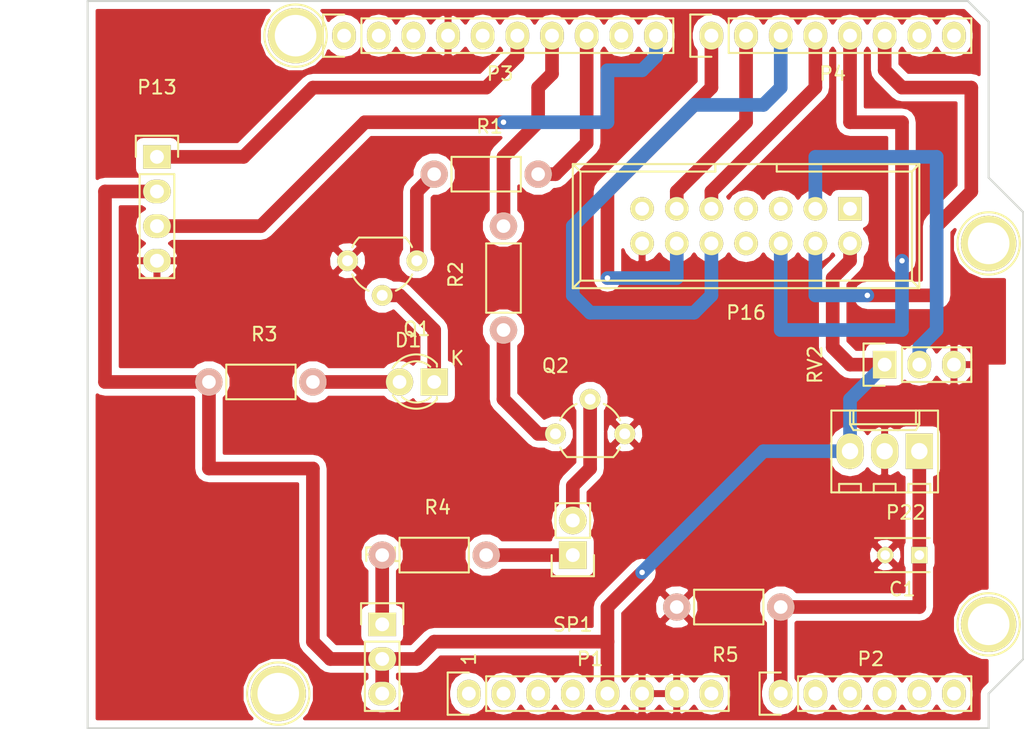
<source format=kicad_pcb>
(kicad_pcb (version 4) (host pcbnew 4.0.4-snap1-stable)

  (general
    (links 40)
    (no_connects 2)
    (area 104.572999 71.242 182.371334 127.994)
    (thickness 1.6)
    (drawings 27)
    (tracks 112)
    (zones 0)
    (modules 23)
    (nets 46)
  )

  (page A4)
  (title_block
    (date "lun. 30 mars 2015")
  )

  (layers
    (0 F.Cu signal)
    (31 B.Cu signal)
    (32 B.Adhes user)
    (33 F.Adhes user)
    (34 B.Paste user)
    (35 F.Paste user)
    (36 B.SilkS user)
    (37 F.SilkS user)
    (38 B.Mask user)
    (39 F.Mask user)
    (40 Dwgs.User user)
    (41 Cmts.User user)
    (42 Eco1.User user)
    (43 Eco2.User user)
    (44 Edge.Cuts user)
    (45 Margin user)
    (46 B.CrtYd user)
    (47 F.CrtYd user)
    (48 B.Fab user)
    (49 F.Fab user)
  )

  (setup
    (last_trace_width 1)
    (trace_clearance 0.5)
    (zone_clearance 0.508)
    (zone_45_only no)
    (trace_min 0.2)
    (segment_width 0.15)
    (edge_width 0.15)
    (via_size 0.6)
    (via_drill 0.4)
    (via_min_size 0.4)
    (via_min_drill 0.3)
    (uvia_size 0.3)
    (uvia_drill 0.1)
    (uvias_allowed no)
    (uvia_min_size 0.2)
    (uvia_min_drill 0.1)
    (pcb_text_width 0.3)
    (pcb_text_size 1.5 1.5)
    (mod_edge_width 0.15)
    (mod_text_size 1 1)
    (mod_text_width 0.15)
    (pad_size 4.064 4.064)
    (pad_drill 3.048)
    (pad_to_mask_clearance 0)
    (aux_axis_origin 110.998 126.365)
    (grid_origin 110.998 126.365)
    (visible_elements FFFFFF7F)
    (pcbplotparams
      (layerselection 0x00030_80000001)
      (usegerberextensions false)
      (excludeedgelayer true)
      (linewidth 0.100000)
      (plotframeref false)
      (viasonmask false)
      (mode 1)
      (useauxorigin false)
      (hpglpennumber 1)
      (hpglpenspeed 20)
      (hpglpendiameter 15)
      (hpglpenoverlay 2)
      (psnegative false)
      (psa4output false)
      (plotreference true)
      (plotvalue true)
      (plotinvisibletext false)
      (padsonsilk false)
      (subtractmaskfromsilk false)
      (outputformat 4)
      (mirror false)
      (drillshape 0)
      (scaleselection 1)
      (outputdirectory ""))
  )

  (net 0 "")
  (net 1 /IOREF)
  (net 2 /Reset)
  (net 3 GND)
  (net 4 /Vin)
  (net 5 /A0)
  (net 6 /A1)
  (net 7 /A2)
  (net 8 /A3)
  (net 9 /AREF)
  (net 10 "/A4(SDA)")
  (net 11 "/A5(SCL)")
  (net 12 "/9(**)")
  (net 13 /8)
  (net 14 /7)
  (net 15 "/6(**)")
  (net 16 "/5(**)")
  (net 17 /4)
  (net 18 "/3(**)")
  (net 19 /2)
  (net 20 "/1(Tx)")
  (net 21 "/0(Rx)")
  (net 22 "Net-(P5-Pad1)")
  (net 23 "Net-(P6-Pad1)")
  (net 24 "Net-(P7-Pad1)")
  (net 25 "Net-(P8-Pad1)")
  (net 26 "/13(SCK)")
  (net 27 "/10(**/SS)")
  (net 28 "Net-(P1-Pad1)")
  (net 29 +3V3)
  (net 30 "/12(MISO)")
  (net 31 "/11(**/MOSI)")
  (net 32 "Net-(D1-Pad1)")
  (net 33 "Net-(D1-Pad2)")
  (net 34 VCC)
  (net 35 "Net-(P16-Pad1)")
  (net 36 "Net-(P16-Pad3)")
  (net 37 "Net-(P16-Pad5)")
  (net 38 "Net-(P16-Pad7)")
  (net 39 "Net-(P16-Pad8)")
  (net 40 "Net-(P16-Pad13)")
  (net 41 "Net-(Q1-Pad1)")
  (net 42 "Net-(Q2-Pad1)")
  (net 43 "Net-(Q2-Pad2)")
  (net 44 "Net-(R4-Pad1)")
  (net 45 "Net-(R4-Pad2)")

  (net_class Default "This is the default net class."
    (clearance 0.5)
    (trace_width 1)
    (via_dia 0.6)
    (via_drill 0.4)
    (uvia_dia 0.3)
    (uvia_drill 0.1)
    (add_net +3V3)
    (add_net "/0(Rx)")
    (add_net "/1(Tx)")
    (add_net "/10(**/SS)")
    (add_net "/11(**/MOSI)")
    (add_net "/12(MISO)")
    (add_net "/13(SCK)")
    (add_net /2)
    (add_net "/3(**)")
    (add_net /4)
    (add_net "/5(**)")
    (add_net "/6(**)")
    (add_net /7)
    (add_net /8)
    (add_net "/9(**)")
    (add_net /A0)
    (add_net /A1)
    (add_net /A2)
    (add_net /A3)
    (add_net "/A4(SDA)")
    (add_net "/A5(SCL)")
    (add_net /AREF)
    (add_net /IOREF)
    (add_net /Reset)
    (add_net /Vin)
    (add_net GND)
    (add_net "Net-(D1-Pad1)")
    (add_net "Net-(D1-Pad2)")
    (add_net "Net-(P1-Pad1)")
    (add_net "Net-(P16-Pad1)")
    (add_net "Net-(P16-Pad13)")
    (add_net "Net-(P16-Pad3)")
    (add_net "Net-(P16-Pad5)")
    (add_net "Net-(P16-Pad7)")
    (add_net "Net-(P16-Pad8)")
    (add_net "Net-(P5-Pad1)")
    (add_net "Net-(P6-Pad1)")
    (add_net "Net-(P7-Pad1)")
    (add_net "Net-(P8-Pad1)")
    (add_net "Net-(Q1-Pad1)")
    (add_net "Net-(Q2-Pad1)")
    (add_net "Net-(Q2-Pad2)")
    (add_net "Net-(R4-Pad1)")
    (add_net "Net-(R4-Pad2)")
    (add_net VCC)
  )

  (module Resistors_ThroughHole:Resistor_Horizontal_RM7mm (layer F.Cu) (tedit 569FCF07) (tstamp 5D56074A)
    (at 136.398 85.725)
    (descr "Resistor, Axial,  RM 7.62mm, 1/3W,")
    (tags "Resistor Axial RM 7.62mm 1/3W R3")
    (path /5D56DCC5)
    (fp_text reference R1 (at 4.05892 -3.50012) (layer F.SilkS)
      (effects (font (size 1 1) (thickness 0.15)))
    )
    (fp_text value 10k (at 3.81 3.81) (layer F.Fab)
      (effects (font (size 1 1) (thickness 0.15)))
    )
    (fp_line (start -1.25 -1.5) (end 8.85 -1.5) (layer F.CrtYd) (width 0.05))
    (fp_line (start -1.25 1.5) (end -1.25 -1.5) (layer F.CrtYd) (width 0.05))
    (fp_line (start 8.85 -1.5) (end 8.85 1.5) (layer F.CrtYd) (width 0.05))
    (fp_line (start -1.25 1.5) (end 8.85 1.5) (layer F.CrtYd) (width 0.05))
    (fp_line (start 1.27 -1.27) (end 6.35 -1.27) (layer F.SilkS) (width 0.15))
    (fp_line (start 6.35 -1.27) (end 6.35 1.27) (layer F.SilkS) (width 0.15))
    (fp_line (start 6.35 1.27) (end 1.27 1.27) (layer F.SilkS) (width 0.15))
    (fp_line (start 1.27 1.27) (end 1.27 -1.27) (layer F.SilkS) (width 0.15))
    (pad 1 thru_hole circle (at 0 0) (size 1.99898 1.99898) (drill 1.00076) (layers *.Cu *.SilkS *.Mask)
      (net 41 "Net-(Q1-Pad1)"))
    (pad 2 thru_hole circle (at 7.62 0) (size 1.99898 1.99898) (drill 1.00076) (layers *.Cu *.SilkS *.Mask)
      (net 27 "/10(**/SS)"))
  )

  (module Connect:IDC_Header_Straight_14pins (layer F.Cu) (tedit 0) (tstamp 5D56072F)
    (at 166.878 88.265 180)
    (descr "14 pins through hole IDC header")
    (tags "IDC header socket VASCH")
    (path /5D56DCD8)
    (fp_text reference P16 (at 7.62 -7.62 180) (layer F.SilkS)
      (effects (font (size 1 1) (thickness 0.15)))
    )
    (fp_text value IDC_14 (at 7.62 5.223 180) (layer F.Fab)
      (effects (font (size 1 1) (thickness 0.15)))
    )
    (fp_line (start -5.08 -5.82) (end 20.32 -5.82) (layer F.SilkS) (width 0.15))
    (fp_line (start -4.54 -5.27) (end 19.76 -5.27) (layer F.SilkS) (width 0.15))
    (fp_line (start -5.08 3.28) (end 20.32 3.28) (layer F.SilkS) (width 0.15))
    (fp_line (start -4.54 2.73) (end 5.37 2.73) (layer F.SilkS) (width 0.15))
    (fp_line (start 9.87 2.73) (end 19.76 2.73) (layer F.SilkS) (width 0.15))
    (fp_line (start 5.37 2.73) (end 5.37 3.28) (layer F.SilkS) (width 0.15))
    (fp_line (start 9.87 2.73) (end 9.87 3.28) (layer F.SilkS) (width 0.15))
    (fp_line (start -5.08 -5.82) (end -5.08 3.28) (layer F.SilkS) (width 0.15))
    (fp_line (start -4.54 -5.27) (end -4.54 2.73) (layer F.SilkS) (width 0.15))
    (fp_line (start 20.32 -5.82) (end 20.32 3.28) (layer F.SilkS) (width 0.15))
    (fp_line (start 19.76 -5.27) (end 19.76 2.73) (layer F.SilkS) (width 0.15))
    (fp_line (start -5.08 -5.82) (end -4.54 -5.27) (layer F.SilkS) (width 0.15))
    (fp_line (start 20.32 -5.82) (end 19.76 -5.27) (layer F.SilkS) (width 0.15))
    (fp_line (start -5.08 3.28) (end -4.54 2.73) (layer F.SilkS) (width 0.15))
    (fp_line (start 20.32 3.28) (end 19.76 2.73) (layer F.SilkS) (width 0.15))
    (fp_line (start -5.35 -6.05) (end 20.55 -6.05) (layer F.CrtYd) (width 0.05))
    (fp_line (start 20.55 -6.05) (end 20.55 3.55) (layer F.CrtYd) (width 0.05))
    (fp_line (start 20.55 3.55) (end -5.35 3.55) (layer F.CrtYd) (width 0.05))
    (fp_line (start -5.35 3.55) (end -5.35 -6.05) (layer F.CrtYd) (width 0.05))
    (pad 1 thru_hole rect (at 0 0 180) (size 1.7272 1.7272) (drill 1.016) (layers *.Cu *.Mask F.SilkS)
      (net 35 "Net-(P16-Pad1)"))
    (pad 2 thru_hole oval (at 0 -2.54 180) (size 1.7272 1.7272) (drill 1.016) (layers *.Cu *.Mask F.SilkS)
      (net 34 VCC))
    (pad 3 thru_hole oval (at 2.54 0 180) (size 1.7272 1.7272) (drill 1.016) (layers *.Cu *.Mask F.SilkS)
      (net 36 "Net-(P16-Pad3)"))
    (pad 4 thru_hole oval (at 2.54 -2.54 180) (size 1.7272 1.7272) (drill 1.016) (layers *.Cu *.Mask F.SilkS)
      (net 19 /2))
    (pad 5 thru_hole oval (at 5.08 0 180) (size 1.7272 1.7272) (drill 1.016) (layers *.Cu *.Mask F.SilkS)
      (net 37 "Net-(P16-Pad5)"))
    (pad 6 thru_hole oval (at 5.08 -2.54 180) (size 1.7272 1.7272) (drill 1.016) (layers *.Cu *.Mask F.SilkS)
      (net 18 "/3(**)"))
    (pad 7 thru_hole oval (at 7.62 0 180) (size 1.7272 1.7272) (drill 1.016) (layers *.Cu *.Mask F.SilkS)
      (net 38 "Net-(P16-Pad7)"))
    (pad 8 thru_hole oval (at 7.62 -2.54 180) (size 1.7272 1.7272) (drill 1.016) (layers *.Cu *.Mask F.SilkS)
      (net 39 "Net-(P16-Pad8)"))
    (pad 9 thru_hole oval (at 10.16 0 180) (size 1.7272 1.7272) (drill 1.016) (layers *.Cu *.Mask F.SilkS)
      (net 17 /4))
    (pad 10 thru_hole oval (at 10.16 -2.54 180) (size 1.7272 1.7272) (drill 1.016) (layers *.Cu *.Mask F.SilkS)
      (net 16 "/5(**)"))
    (pad 11 thru_hole oval (at 12.7 0 180) (size 1.7272 1.7272) (drill 1.016) (layers *.Cu *.Mask F.SilkS)
      (net 15 "/6(**)"))
    (pad 12 thru_hole oval (at 12.7 -2.54 180) (size 1.7272 1.7272) (drill 1.016) (layers *.Cu *.Mask F.SilkS)
      (net 14 /7))
    (pad 13 thru_hole oval (at 15.24 0 180) (size 1.7272 1.7272) (drill 1.016) (layers *.Cu *.Mask F.SilkS)
      (net 40 "Net-(P16-Pad13)"))
    (pad 14 thru_hole oval (at 15.24 -2.54 180) (size 1.7272 1.7272) (drill 1.016) (layers *.Cu *.Mask F.SilkS)
      (net 3 GND))
  )

  (module Socket_Arduino_Uno:Socket_Strip_Arduino_1x08 locked (layer F.Cu) (tedit 552168D2) (tstamp 551AF9EA)
    (at 138.938 123.825)
    (descr "Through hole socket strip")
    (tags "socket strip")
    (path /56D70129)
    (fp_text reference P1 (at 8.89 -2.54) (layer F.SilkS)
      (effects (font (size 1 1) (thickness 0.15)))
    )
    (fp_text value Power (at 8.89 -4.064) (layer F.Fab)
      (effects (font (size 1 1) (thickness 0.15)))
    )
    (fp_line (start -1.75 -1.75) (end -1.75 1.75) (layer F.CrtYd) (width 0.05))
    (fp_line (start 19.55 -1.75) (end 19.55 1.75) (layer F.CrtYd) (width 0.05))
    (fp_line (start -1.75 -1.75) (end 19.55 -1.75) (layer F.CrtYd) (width 0.05))
    (fp_line (start -1.75 1.75) (end 19.55 1.75) (layer F.CrtYd) (width 0.05))
    (fp_line (start 1.27 1.27) (end 19.05 1.27) (layer F.SilkS) (width 0.15))
    (fp_line (start 19.05 1.27) (end 19.05 -1.27) (layer F.SilkS) (width 0.15))
    (fp_line (start 19.05 -1.27) (end 1.27 -1.27) (layer F.SilkS) (width 0.15))
    (fp_line (start -1.55 1.55) (end 0 1.55) (layer F.SilkS) (width 0.15))
    (fp_line (start 1.27 1.27) (end 1.27 -1.27) (layer F.SilkS) (width 0.15))
    (fp_line (start 0 -1.55) (end -1.55 -1.55) (layer F.SilkS) (width 0.15))
    (fp_line (start -1.55 -1.55) (end -1.55 1.55) (layer F.SilkS) (width 0.15))
    (pad 1 thru_hole oval (at 0 0) (size 1.7272 2.032) (drill 1.016) (layers *.Cu *.Mask F.SilkS)
      (net 28 "Net-(P1-Pad1)"))
    (pad 2 thru_hole oval (at 2.54 0) (size 1.7272 2.032) (drill 1.016) (layers *.Cu *.Mask F.SilkS)
      (net 1 /IOREF))
    (pad 3 thru_hole oval (at 5.08 0) (size 1.7272 2.032) (drill 1.016) (layers *.Cu *.Mask F.SilkS)
      (net 2 /Reset))
    (pad 4 thru_hole oval (at 7.62 0) (size 1.7272 2.032) (drill 1.016) (layers *.Cu *.Mask F.SilkS)
      (net 29 +3V3))
    (pad 5 thru_hole oval (at 10.16 0) (size 1.7272 2.032) (drill 1.016) (layers *.Cu *.Mask F.SilkS)
      (net 34 VCC))
    (pad 6 thru_hole oval (at 12.7 0) (size 1.7272 2.032) (drill 1.016) (layers *.Cu *.Mask F.SilkS)
      (net 3 GND))
    (pad 7 thru_hole oval (at 15.24 0) (size 1.7272 2.032) (drill 1.016) (layers *.Cu *.Mask F.SilkS)
      (net 3 GND))
    (pad 8 thru_hole oval (at 17.78 0) (size 1.7272 2.032) (drill 1.016) (layers *.Cu *.Mask F.SilkS)
      (net 4 /Vin))
    (model ${KIPRJMOD}/Socket_Arduino_Uno.3dshapes/Socket_header_Arduino_1x08.wrl
      (at (xyz 0.35 0 0))
      (scale (xyz 1 1 1))
      (rotate (xyz 0 0 180))
    )
  )

  (module Socket_Arduino_Uno:Socket_Strip_Arduino_1x06 locked (layer F.Cu) (tedit 552168D6) (tstamp 551AF9FF)
    (at 161.798 123.825)
    (descr "Through hole socket strip")
    (tags "socket strip")
    (path /56D70DD8)
    (fp_text reference P2 (at 6.604 -2.54) (layer F.SilkS)
      (effects (font (size 1 1) (thickness 0.15)))
    )
    (fp_text value Analog (at 6.604 -4.064) (layer F.Fab)
      (effects (font (size 1 1) (thickness 0.15)))
    )
    (fp_line (start -1.75 -1.75) (end -1.75 1.75) (layer F.CrtYd) (width 0.05))
    (fp_line (start 14.45 -1.75) (end 14.45 1.75) (layer F.CrtYd) (width 0.05))
    (fp_line (start -1.75 -1.75) (end 14.45 -1.75) (layer F.CrtYd) (width 0.05))
    (fp_line (start -1.75 1.75) (end 14.45 1.75) (layer F.CrtYd) (width 0.05))
    (fp_line (start 1.27 1.27) (end 13.97 1.27) (layer F.SilkS) (width 0.15))
    (fp_line (start 13.97 1.27) (end 13.97 -1.27) (layer F.SilkS) (width 0.15))
    (fp_line (start 13.97 -1.27) (end 1.27 -1.27) (layer F.SilkS) (width 0.15))
    (fp_line (start -1.55 1.55) (end 0 1.55) (layer F.SilkS) (width 0.15))
    (fp_line (start 1.27 1.27) (end 1.27 -1.27) (layer F.SilkS) (width 0.15))
    (fp_line (start 0 -1.55) (end -1.55 -1.55) (layer F.SilkS) (width 0.15))
    (fp_line (start -1.55 -1.55) (end -1.55 1.55) (layer F.SilkS) (width 0.15))
    (pad 1 thru_hole oval (at 0 0) (size 1.7272 2.032) (drill 1.016) (layers *.Cu *.Mask F.SilkS)
      (net 5 /A0))
    (pad 2 thru_hole oval (at 2.54 0) (size 1.7272 2.032) (drill 1.016) (layers *.Cu *.Mask F.SilkS)
      (net 6 /A1))
    (pad 3 thru_hole oval (at 5.08 0) (size 1.7272 2.032) (drill 1.016) (layers *.Cu *.Mask F.SilkS)
      (net 7 /A2))
    (pad 4 thru_hole oval (at 7.62 0) (size 1.7272 2.032) (drill 1.016) (layers *.Cu *.Mask F.SilkS)
      (net 8 /A3))
    (pad 5 thru_hole oval (at 10.16 0) (size 1.7272 2.032) (drill 1.016) (layers *.Cu *.Mask F.SilkS)
      (net 10 "/A4(SDA)"))
    (pad 6 thru_hole oval (at 12.7 0) (size 1.7272 2.032) (drill 1.016) (layers *.Cu *.Mask F.SilkS)
      (net 11 "/A5(SCL)"))
    (model ${KIPRJMOD}/Socket_Arduino_Uno.3dshapes/Socket_header_Arduino_1x06.wrl
      (at (xyz 0.25 0 0))
      (scale (xyz 1 1 1))
      (rotate (xyz 0 0 180))
    )
  )

  (module Socket_Arduino_Uno:Socket_Strip_Arduino_1x10 locked (layer F.Cu) (tedit 552168BF) (tstamp 551AFA18)
    (at 129.794 75.565)
    (descr "Through hole socket strip")
    (tags "socket strip")
    (path /56D721E0)
    (fp_text reference P3 (at 11.43 2.794) (layer F.SilkS)
      (effects (font (size 1 1) (thickness 0.15)))
    )
    (fp_text value Digital (at 11.43 4.318) (layer F.Fab)
      (effects (font (size 1 1) (thickness 0.15)))
    )
    (fp_line (start -1.75 -1.75) (end -1.75 1.75) (layer F.CrtYd) (width 0.05))
    (fp_line (start 24.65 -1.75) (end 24.65 1.75) (layer F.CrtYd) (width 0.05))
    (fp_line (start -1.75 -1.75) (end 24.65 -1.75) (layer F.CrtYd) (width 0.05))
    (fp_line (start -1.75 1.75) (end 24.65 1.75) (layer F.CrtYd) (width 0.05))
    (fp_line (start 1.27 1.27) (end 24.13 1.27) (layer F.SilkS) (width 0.15))
    (fp_line (start 24.13 1.27) (end 24.13 -1.27) (layer F.SilkS) (width 0.15))
    (fp_line (start 24.13 -1.27) (end 1.27 -1.27) (layer F.SilkS) (width 0.15))
    (fp_line (start -1.55 1.55) (end 0 1.55) (layer F.SilkS) (width 0.15))
    (fp_line (start 1.27 1.27) (end 1.27 -1.27) (layer F.SilkS) (width 0.15))
    (fp_line (start 0 -1.55) (end -1.55 -1.55) (layer F.SilkS) (width 0.15))
    (fp_line (start -1.55 -1.55) (end -1.55 1.55) (layer F.SilkS) (width 0.15))
    (pad 1 thru_hole oval (at 0 0) (size 1.7272 2.032) (drill 1.016) (layers *.Cu *.Mask F.SilkS)
      (net 11 "/A5(SCL)"))
    (pad 2 thru_hole oval (at 2.54 0) (size 1.7272 2.032) (drill 1.016) (layers *.Cu *.Mask F.SilkS)
      (net 10 "/A4(SDA)"))
    (pad 3 thru_hole oval (at 5.08 0) (size 1.7272 2.032) (drill 1.016) (layers *.Cu *.Mask F.SilkS)
      (net 9 /AREF))
    (pad 4 thru_hole oval (at 7.62 0) (size 1.7272 2.032) (drill 1.016) (layers *.Cu *.Mask F.SilkS)
      (net 3 GND))
    (pad 5 thru_hole oval (at 10.16 0) (size 1.7272 2.032) (drill 1.016) (layers *.Cu *.Mask F.SilkS)
      (net 26 "/13(SCK)"))
    (pad 6 thru_hole oval (at 12.7 0) (size 1.7272 2.032) (drill 1.016) (layers *.Cu *.Mask F.SilkS)
      (net 30 "/12(MISO)"))
    (pad 7 thru_hole oval (at 15.24 0) (size 1.7272 2.032) (drill 1.016) (layers *.Cu *.Mask F.SilkS)
      (net 31 "/11(**/MOSI)"))
    (pad 8 thru_hole oval (at 17.78 0) (size 1.7272 2.032) (drill 1.016) (layers *.Cu *.Mask F.SilkS)
      (net 27 "/10(**/SS)"))
    (pad 9 thru_hole oval (at 20.32 0) (size 1.7272 2.032) (drill 1.016) (layers *.Cu *.Mask F.SilkS)
      (net 12 "/9(**)"))
    (pad 10 thru_hole oval (at 22.86 0) (size 1.7272 2.032) (drill 1.016) (layers *.Cu *.Mask F.SilkS)
      (net 13 /8))
    (model ${KIPRJMOD}/Socket_Arduino_Uno.3dshapes/Socket_header_Arduino_1x10.wrl
      (at (xyz 0.45 0 0))
      (scale (xyz 1 1 1))
      (rotate (xyz 0 0 180))
    )
  )

  (module Socket_Arduino_Uno:Socket_Strip_Arduino_1x08 locked (layer F.Cu) (tedit 552168C7) (tstamp 551AFA2F)
    (at 156.718 75.565)
    (descr "Through hole socket strip")
    (tags "socket strip")
    (path /56D7164F)
    (fp_text reference P4 (at 8.89 2.794) (layer F.SilkS)
      (effects (font (size 1 1) (thickness 0.15)))
    )
    (fp_text value Digital (at 8.89 4.318) (layer F.Fab)
      (effects (font (size 1 1) (thickness 0.15)))
    )
    (fp_line (start -1.75 -1.75) (end -1.75 1.75) (layer F.CrtYd) (width 0.05))
    (fp_line (start 19.55 -1.75) (end 19.55 1.75) (layer F.CrtYd) (width 0.05))
    (fp_line (start -1.75 -1.75) (end 19.55 -1.75) (layer F.CrtYd) (width 0.05))
    (fp_line (start -1.75 1.75) (end 19.55 1.75) (layer F.CrtYd) (width 0.05))
    (fp_line (start 1.27 1.27) (end 19.05 1.27) (layer F.SilkS) (width 0.15))
    (fp_line (start 19.05 1.27) (end 19.05 -1.27) (layer F.SilkS) (width 0.15))
    (fp_line (start 19.05 -1.27) (end 1.27 -1.27) (layer F.SilkS) (width 0.15))
    (fp_line (start -1.55 1.55) (end 0 1.55) (layer F.SilkS) (width 0.15))
    (fp_line (start 1.27 1.27) (end 1.27 -1.27) (layer F.SilkS) (width 0.15))
    (fp_line (start 0 -1.55) (end -1.55 -1.55) (layer F.SilkS) (width 0.15))
    (fp_line (start -1.55 -1.55) (end -1.55 1.55) (layer F.SilkS) (width 0.15))
    (pad 1 thru_hole oval (at 0 0) (size 1.7272 2.032) (drill 1.016) (layers *.Cu *.Mask F.SilkS)
      (net 14 /7))
    (pad 2 thru_hole oval (at 2.54 0) (size 1.7272 2.032) (drill 1.016) (layers *.Cu *.Mask F.SilkS)
      (net 15 "/6(**)"))
    (pad 3 thru_hole oval (at 5.08 0) (size 1.7272 2.032) (drill 1.016) (layers *.Cu *.Mask F.SilkS)
      (net 16 "/5(**)"))
    (pad 4 thru_hole oval (at 7.62 0) (size 1.7272 2.032) (drill 1.016) (layers *.Cu *.Mask F.SilkS)
      (net 17 /4))
    (pad 5 thru_hole oval (at 10.16 0) (size 1.7272 2.032) (drill 1.016) (layers *.Cu *.Mask F.SilkS)
      (net 18 "/3(**)"))
    (pad 6 thru_hole oval (at 12.7 0) (size 1.7272 2.032) (drill 1.016) (layers *.Cu *.Mask F.SilkS)
      (net 19 /2))
    (pad 7 thru_hole oval (at 15.24 0) (size 1.7272 2.032) (drill 1.016) (layers *.Cu *.Mask F.SilkS)
      (net 20 "/1(Tx)"))
    (pad 8 thru_hole oval (at 17.78 0) (size 1.7272 2.032) (drill 1.016) (layers *.Cu *.Mask F.SilkS)
      (net 21 "/0(Rx)"))
    (model ${KIPRJMOD}/Socket_Arduino_Uno.3dshapes/Socket_header_Arduino_1x08.wrl
      (at (xyz 0.35 0 0))
      (scale (xyz 1 1 1))
      (rotate (xyz 0 0 180))
    )
  )

  (module Socket_Arduino_Uno:Arduino_1pin locked (layer F.Cu) (tedit 5524FC39) (tstamp 5524FC3F)
    (at 124.968 123.825)
    (descr "module 1 pin (ou trou mecanique de percage)")
    (tags DEV)
    (path /56D71177)
    (fp_text reference P5 (at 0 -3.048) (layer F.SilkS) hide
      (effects (font (size 1 1) (thickness 0.15)))
    )
    (fp_text value CONN_01X01 (at 0 2.794) (layer F.Fab) hide
      (effects (font (size 1 1) (thickness 0.15)))
    )
    (fp_circle (center 0 0) (end 0 -2.286) (layer F.SilkS) (width 0.15))
    (pad 1 thru_hole circle (at 0 0) (size 4.064 4.064) (drill 3.048) (layers *.Cu *.Mask F.SilkS)
      (net 22 "Net-(P5-Pad1)"))
  )

  (module Socket_Arduino_Uno:Arduino_1pin locked (layer F.Cu) (tedit 5524FC4A) (tstamp 5524FC44)
    (at 177.038 118.745)
    (descr "module 1 pin (ou trou mecanique de percage)")
    (tags DEV)
    (path /56D71274)
    (fp_text reference P6 (at 0 -3.048) (layer F.SilkS) hide
      (effects (font (size 1 1) (thickness 0.15)))
    )
    (fp_text value CONN_01X01 (at 0 2.794) (layer F.Fab) hide
      (effects (font (size 1 1) (thickness 0.15)))
    )
    (fp_circle (center 0 0) (end 0 -2.286) (layer F.SilkS) (width 0.15))
    (pad 1 thru_hole circle (at 0 0) (size 4.064 4.064) (drill 3.048) (layers *.Cu *.Mask F.SilkS)
      (net 23 "Net-(P6-Pad1)"))
  )

  (module Socket_Arduino_Uno:Arduino_1pin locked (layer F.Cu) (tedit 5524FC2F) (tstamp 5524FC49)
    (at 126.238 75.565)
    (descr "module 1 pin (ou trou mecanique de percage)")
    (tags DEV)
    (path /56D712A8)
    (fp_text reference P7 (at 0 -3.048) (layer F.SilkS) hide
      (effects (font (size 1 1) (thickness 0.15)))
    )
    (fp_text value CONN_01X01 (at 0 2.794) (layer F.Fab) hide
      (effects (font (size 1 1) (thickness 0.15)))
    )
    (fp_circle (center 0 0) (end 0 -2.286) (layer F.SilkS) (width 0.15))
    (pad 1 thru_hole circle (at 0 0) (size 4.064 4.064) (drill 3.048) (layers *.Cu *.Mask F.SilkS)
      (net 24 "Net-(P7-Pad1)"))
  )

  (module Socket_Arduino_Uno:Arduino_1pin locked (layer F.Cu) (tedit 5524FC41) (tstamp 5524FC4E)
    (at 177.038 90.805)
    (descr "module 1 pin (ou trou mecanique de percage)")
    (tags DEV)
    (path /56D712DB)
    (fp_text reference P8 (at 0 -3.048) (layer F.SilkS) hide
      (effects (font (size 1 1) (thickness 0.15)))
    )
    (fp_text value CONN_01X01 (at 0 2.794) (layer F.Fab) hide
      (effects (font (size 1 1) (thickness 0.15)))
    )
    (fp_circle (center 0 0) (end 0 -2.286) (layer F.SilkS) (width 0.15))
    (pad 1 thru_hole circle (at 0 0) (size 4.064 4.064) (drill 3.048) (layers *.Cu *.Mask F.SilkS)
      (net 25 "Net-(P8-Pad1)"))
  )

  (module Capacitors_ThroughHole:C_Rect_L4_W2.5_P2.5 (layer F.Cu) (tedit 0) (tstamp 5D56070F)
    (at 171.958 113.665 180)
    (descr "Film Capacitor Length 4mm x Width 2.5mm, Pitch 2.5mm")
    (tags Capacitor)
    (path /5D56DCD0)
    (fp_text reference C1 (at 1.25 -2.5 180) (layer F.SilkS)
      (effects (font (size 1 1) (thickness 0.15)))
    )
    (fp_text value 0.1u (at 1.25 2.5 180) (layer F.Fab)
      (effects (font (size 1 1) (thickness 0.15)))
    )
    (fp_line (start -1 -1.5) (end 3.5 -1.5) (layer F.CrtYd) (width 0.05))
    (fp_line (start 3.5 -1.5) (end 3.5 1.5) (layer F.CrtYd) (width 0.05))
    (fp_line (start 3.5 1.5) (end -1 1.5) (layer F.CrtYd) (width 0.05))
    (fp_line (start -1 1.5) (end -1 -1.5) (layer F.CrtYd) (width 0.05))
    (fp_line (start -0.75 -1.25) (end 3.25 -1.25) (layer F.SilkS) (width 0.15))
    (fp_line (start -0.75 1.25) (end 3.25 1.25) (layer F.SilkS) (width 0.15))
    (pad 1 thru_hole rect (at 0 0 180) (size 1.2 1.2) (drill 0.7) (layers *.Cu *.Mask F.SilkS)
      (net 5 /A0))
    (pad 2 thru_hole circle (at 2.5 0 180) (size 1.2 1.2) (drill 0.7) (layers *.Cu *.Mask F.SilkS)
      (net 3 GND))
  )

  (module LEDs:LED-3MM (layer F.Cu) (tedit 559B82F6) (tstamp 5D560715)
    (at 136.398 100.965 180)
    (descr "LED 3mm round vertical")
    (tags "LED  3mm round vertical")
    (path /5D56DCC4)
    (fp_text reference D1 (at 1.91 3.06 180) (layer F.SilkS)
      (effects (font (size 1 1) (thickness 0.15)))
    )
    (fp_text value LED (at 1.3 -2.9 180) (layer F.Fab)
      (effects (font (size 1 1) (thickness 0.15)))
    )
    (fp_line (start -1.2 2.3) (end 3.8 2.3) (layer F.CrtYd) (width 0.05))
    (fp_line (start 3.8 2.3) (end 3.8 -2.2) (layer F.CrtYd) (width 0.05))
    (fp_line (start 3.8 -2.2) (end -1.2 -2.2) (layer F.CrtYd) (width 0.05))
    (fp_line (start -1.2 -2.2) (end -1.2 2.3) (layer F.CrtYd) (width 0.05))
    (fp_line (start -0.199 1.314) (end -0.199 1.114) (layer F.SilkS) (width 0.15))
    (fp_line (start -0.199 -1.28) (end -0.199 -1.1) (layer F.SilkS) (width 0.15))
    (fp_arc (start 1.301 0.034) (end -0.199 -1.286) (angle 108.5) (layer F.SilkS) (width 0.15))
    (fp_arc (start 1.301 0.034) (end 0.25 -1.1) (angle 85.7) (layer F.SilkS) (width 0.15))
    (fp_arc (start 1.311 0.034) (end 3.051 0.994) (angle 110) (layer F.SilkS) (width 0.15))
    (fp_arc (start 1.301 0.034) (end 2.335 1.094) (angle 87.5) (layer F.SilkS) (width 0.15))
    (fp_text user K (at -1.69 1.74 180) (layer F.SilkS)
      (effects (font (size 1 1) (thickness 0.15)))
    )
    (pad 1 thru_hole rect (at 0 0 270) (size 2 2) (drill 1.00076) (layers *.Cu *.Mask F.SilkS)
      (net 32 "Net-(D1-Pad1)"))
    (pad 2 thru_hole circle (at 2.54 0 180) (size 2 2) (drill 1.00076) (layers *.Cu *.Mask F.SilkS)
      (net 33 "Net-(D1-Pad2)"))
    (model LEDs.3dshapes/LED-3MM.wrl
      (at (xyz 0.05 0 0))
      (scale (xyz 1 1 1))
      (rotate (xyz 0 0 90))
    )
  )

  (module Pin_Headers:Pin_Header_Straight_1x04 (layer F.Cu) (tedit 0) (tstamp 5D56071D)
    (at 116.078 84.455)
    (descr "Through hole pin header")
    (tags "pin header")
    (path /5D56DCD4)
    (fp_text reference P13 (at 0 -5.1) (layer F.SilkS)
      (effects (font (size 1 1) (thickness 0.15)))
    )
    (fp_text value X2EHDV-4P (at 0 -3.1) (layer F.Fab)
      (effects (font (size 1 1) (thickness 0.15)))
    )
    (fp_line (start -1.75 -1.75) (end -1.75 9.4) (layer F.CrtYd) (width 0.05))
    (fp_line (start 1.75 -1.75) (end 1.75 9.4) (layer F.CrtYd) (width 0.05))
    (fp_line (start -1.75 -1.75) (end 1.75 -1.75) (layer F.CrtYd) (width 0.05))
    (fp_line (start -1.75 9.4) (end 1.75 9.4) (layer F.CrtYd) (width 0.05))
    (fp_line (start -1.27 1.27) (end -1.27 8.89) (layer F.SilkS) (width 0.15))
    (fp_line (start 1.27 1.27) (end 1.27 8.89) (layer F.SilkS) (width 0.15))
    (fp_line (start 1.55 -1.55) (end 1.55 0) (layer F.SilkS) (width 0.15))
    (fp_line (start -1.27 8.89) (end 1.27 8.89) (layer F.SilkS) (width 0.15))
    (fp_line (start 1.27 1.27) (end -1.27 1.27) (layer F.SilkS) (width 0.15))
    (fp_line (start -1.55 0) (end -1.55 -1.55) (layer F.SilkS) (width 0.15))
    (fp_line (start -1.55 -1.55) (end 1.55 -1.55) (layer F.SilkS) (width 0.15))
    (pad 1 thru_hole rect (at 0 0) (size 2.032 1.7272) (drill 1.016) (layers *.Cu *.Mask F.SilkS)
      (net 30 "/12(MISO)"))
    (pad 2 thru_hole oval (at 0 2.54) (size 2.032 1.7272) (drill 1.016) (layers *.Cu *.Mask F.SilkS)
      (net 34 VCC))
    (pad 3 thru_hole oval (at 0 5.08) (size 2.032 1.7272) (drill 1.016) (layers *.Cu *.Mask F.SilkS)
      (net 13 /8))
    (pad 4 thru_hole oval (at 0 7.62) (size 2.032 1.7272) (drill 1.016) (layers *.Cu *.Mask F.SilkS)
      (net 3 GND))
    (model Pin_Headers.3dshapes/Pin_Header_Straight_1x04.wrl
      (at (xyz 0 -0.15 0))
      (scale (xyz 1 1 1))
      (rotate (xyz 0 0 90))
    )
  )

  (module Connectors_Molex:Molex_KK-6410-03_03x2.54mm_Straight (layer F.Cu) (tedit 56C6219D) (tstamp 5D560736)
    (at 171.958 106.045 180)
    (descr "Connector Headers with Friction Lock, 22-27-2031, http://www.molex.com/pdm_docs/sd/022272021_sd.pdf")
    (tags "connector molex kk_6410 22-27-2031")
    (path /5D56DCD9)
    (fp_text reference P22 (at 1 -4.5 180) (layer F.SilkS)
      (effects (font (size 1 1) (thickness 0.15)))
    )
    (fp_text value CONN_PLACA_TECLADO (at 2.54 4.5 180) (layer F.Fab)
      (effects (font (size 1 1) (thickness 0.15)))
    )
    (fp_line (start -1.37 -3.02) (end -1.37 2.98) (layer F.SilkS) (width 0.15))
    (fp_line (start -1.37 2.98) (end 6.45 2.98) (layer F.SilkS) (width 0.15))
    (fp_line (start 6.45 2.98) (end 6.45 -3.02) (layer F.SilkS) (width 0.15))
    (fp_line (start 6.45 -3.02) (end -1.37 -3.02) (layer F.SilkS) (width 0.15))
    (fp_line (start 0 2.98) (end 0 1.98) (layer F.SilkS) (width 0.15))
    (fp_line (start 0 1.98) (end 5.08 1.98) (layer F.SilkS) (width 0.15))
    (fp_line (start 5.08 1.98) (end 5.08 2.98) (layer F.SilkS) (width 0.15))
    (fp_line (start 0 1.98) (end 0.25 1.55) (layer F.SilkS) (width 0.15))
    (fp_line (start 0.25 1.55) (end 4.83 1.55) (layer F.SilkS) (width 0.15))
    (fp_line (start 4.83 1.55) (end 5.08 1.98) (layer F.SilkS) (width 0.15))
    (fp_line (start 0.25 2.98) (end 0.25 1.98) (layer F.SilkS) (width 0.15))
    (fp_line (start 4.83 2.98) (end 4.83 1.98) (layer F.SilkS) (width 0.15))
    (fp_line (start -0.8 -3.02) (end -0.8 -2.4) (layer F.SilkS) (width 0.15))
    (fp_line (start -0.8 -2.4) (end 0.8 -2.4) (layer F.SilkS) (width 0.15))
    (fp_line (start 0.8 -2.4) (end 0.8 -3.02) (layer F.SilkS) (width 0.15))
    (fp_line (start 1.74 -3.02) (end 1.74 -2.4) (layer F.SilkS) (width 0.15))
    (fp_line (start 1.74 -2.4) (end 3.34 -2.4) (layer F.SilkS) (width 0.15))
    (fp_line (start 3.34 -2.4) (end 3.34 -3.02) (layer F.SilkS) (width 0.15))
    (fp_line (start 4.28 -3.02) (end 4.28 -2.4) (layer F.SilkS) (width 0.15))
    (fp_line (start 4.28 -2.4) (end 5.88 -2.4) (layer F.SilkS) (width 0.15))
    (fp_line (start 5.88 -2.4) (end 5.88 -3.02) (layer F.SilkS) (width 0.15))
    (fp_line (start -1.9 3.5) (end -1.9 -3.55) (layer F.CrtYd) (width 0.05))
    (fp_line (start -1.9 -3.55) (end 7 -3.55) (layer F.CrtYd) (width 0.05))
    (fp_line (start 7 -3.55) (end 7 3.5) (layer F.CrtYd) (width 0.05))
    (fp_line (start 7 3.5) (end -1.9 3.5) (layer F.CrtYd) (width 0.05))
    (pad 1 thru_hole rect (at 0 0 180) (size 2 2.6) (drill 1.2) (layers *.Cu *.Mask F.SilkS)
      (net 5 /A0))
    (pad 2 thru_hole oval (at 2.54 0 180) (size 2 2.6) (drill 1.2) (layers *.Cu *.Mask F.SilkS)
      (net 3 GND))
    (pad 3 thru_hole oval (at 5.08 0 180) (size 2 2.6) (drill 1.2) (layers *.Cu *.Mask F.SilkS)
      (net 34 VCC))
  )

  (module Resistors_ThroughHole:Resistor_Horizontal_RM7mm (layer F.Cu) (tedit 569FCF07) (tstamp 5D560750)
    (at 141.478 97.155 90)
    (descr "Resistor, Axial,  RM 7.62mm, 1/3W,")
    (tags "Resistor Axial RM 7.62mm 1/3W R3")
    (path /5D56DCCA)
    (fp_text reference R2 (at 4.05892 -3.50012 90) (layer F.SilkS)
      (effects (font (size 1 1) (thickness 0.15)))
    )
    (fp_text value 10k (at 3.81 3.81 90) (layer F.Fab)
      (effects (font (size 1 1) (thickness 0.15)))
    )
    (fp_line (start -1.25 -1.5) (end 8.85 -1.5) (layer F.CrtYd) (width 0.05))
    (fp_line (start -1.25 1.5) (end -1.25 -1.5) (layer F.CrtYd) (width 0.05))
    (fp_line (start 8.85 -1.5) (end 8.85 1.5) (layer F.CrtYd) (width 0.05))
    (fp_line (start -1.25 1.5) (end 8.85 1.5) (layer F.CrtYd) (width 0.05))
    (fp_line (start 1.27 -1.27) (end 6.35 -1.27) (layer F.SilkS) (width 0.15))
    (fp_line (start 6.35 -1.27) (end 6.35 1.27) (layer F.SilkS) (width 0.15))
    (fp_line (start 6.35 1.27) (end 1.27 1.27) (layer F.SilkS) (width 0.15))
    (fp_line (start 1.27 1.27) (end 1.27 -1.27) (layer F.SilkS) (width 0.15))
    (pad 1 thru_hole circle (at 0 0 90) (size 1.99898 1.99898) (drill 1.00076) (layers *.Cu *.SilkS *.Mask)
      (net 42 "Net-(Q2-Pad1)"))
    (pad 2 thru_hole circle (at 7.62 0 90) (size 1.99898 1.99898) (drill 1.00076) (layers *.Cu *.SilkS *.Mask)
      (net 31 "/11(**/MOSI)"))
  )

  (module Resistors_ThroughHole:Resistor_Horizontal_RM7mm (layer F.Cu) (tedit 569FCF07) (tstamp 5D560756)
    (at 119.888 100.965)
    (descr "Resistor, Axial,  RM 7.62mm, 1/3W,")
    (tags "Resistor Axial RM 7.62mm 1/3W R3")
    (path /5D56DCC3)
    (fp_text reference R3 (at 4.05892 -3.50012) (layer F.SilkS)
      (effects (font (size 1 1) (thickness 0.15)))
    )
    (fp_text value 220 (at 3.81 3.81) (layer F.Fab)
      (effects (font (size 1 1) (thickness 0.15)))
    )
    (fp_line (start -1.25 -1.5) (end 8.85 -1.5) (layer F.CrtYd) (width 0.05))
    (fp_line (start -1.25 1.5) (end -1.25 -1.5) (layer F.CrtYd) (width 0.05))
    (fp_line (start 8.85 -1.5) (end 8.85 1.5) (layer F.CrtYd) (width 0.05))
    (fp_line (start -1.25 1.5) (end 8.85 1.5) (layer F.CrtYd) (width 0.05))
    (fp_line (start 1.27 -1.27) (end 6.35 -1.27) (layer F.SilkS) (width 0.15))
    (fp_line (start 6.35 -1.27) (end 6.35 1.27) (layer F.SilkS) (width 0.15))
    (fp_line (start 6.35 1.27) (end 1.27 1.27) (layer F.SilkS) (width 0.15))
    (fp_line (start 1.27 1.27) (end 1.27 -1.27) (layer F.SilkS) (width 0.15))
    (pad 1 thru_hole circle (at 0 0) (size 1.99898 1.99898) (drill 1.00076) (layers *.Cu *.SilkS *.Mask)
      (net 34 VCC))
    (pad 2 thru_hole circle (at 7.62 0) (size 1.99898 1.99898) (drill 1.00076) (layers *.Cu *.SilkS *.Mask)
      (net 33 "Net-(D1-Pad2)"))
  )

  (module Resistors_ThroughHole:Resistor_Horizontal_RM7mm (layer F.Cu) (tedit 569FCF07) (tstamp 5D56075C)
    (at 132.588 113.665)
    (descr "Resistor, Axial,  RM 7.62mm, 1/3W,")
    (tags "Resistor Axial RM 7.62mm 1/3W R3")
    (path /5D56DCCC)
    (fp_text reference R4 (at 4.05892 -3.50012) (layer F.SilkS)
      (effects (font (size 1 1) (thickness 0.15)))
    )
    (fp_text value 100 (at 3.81 3.81) (layer F.Fab)
      (effects (font (size 1 1) (thickness 0.15)))
    )
    (fp_line (start -1.25 -1.5) (end 8.85 -1.5) (layer F.CrtYd) (width 0.05))
    (fp_line (start -1.25 1.5) (end -1.25 -1.5) (layer F.CrtYd) (width 0.05))
    (fp_line (start 8.85 -1.5) (end 8.85 1.5) (layer F.CrtYd) (width 0.05))
    (fp_line (start -1.25 1.5) (end 8.85 1.5) (layer F.CrtYd) (width 0.05))
    (fp_line (start 1.27 -1.27) (end 6.35 -1.27) (layer F.SilkS) (width 0.15))
    (fp_line (start 6.35 -1.27) (end 6.35 1.27) (layer F.SilkS) (width 0.15))
    (fp_line (start 6.35 1.27) (end 1.27 1.27) (layer F.SilkS) (width 0.15))
    (fp_line (start 1.27 1.27) (end 1.27 -1.27) (layer F.SilkS) (width 0.15))
    (pad 1 thru_hole circle (at 0 0) (size 1.99898 1.99898) (drill 1.00076) (layers *.Cu *.SilkS *.Mask)
      (net 44 "Net-(R4-Pad1)"))
    (pad 2 thru_hole circle (at 7.62 0) (size 1.99898 1.99898) (drill 1.00076) (layers *.Cu *.SilkS *.Mask)
      (net 45 "Net-(R4-Pad2)"))
  )

  (module Resistors_ThroughHole:Resistor_Horizontal_RM7mm (layer F.Cu) (tedit 569FCF07) (tstamp 5D560762)
    (at 161.798 117.475 180)
    (descr "Resistor, Axial,  RM 7.62mm, 1/3W,")
    (tags "Resistor Axial RM 7.62mm 1/3W R3")
    (path /5D56DCCF)
    (fp_text reference R5 (at 4.05892 -3.50012 180) (layer F.SilkS)
      (effects (font (size 1 1) (thickness 0.15)))
    )
    (fp_text value 100k (at 3.81 3.81 180) (layer F.Fab)
      (effects (font (size 1 1) (thickness 0.15)))
    )
    (fp_line (start -1.25 -1.5) (end 8.85 -1.5) (layer F.CrtYd) (width 0.05))
    (fp_line (start -1.25 1.5) (end -1.25 -1.5) (layer F.CrtYd) (width 0.05))
    (fp_line (start 8.85 -1.5) (end 8.85 1.5) (layer F.CrtYd) (width 0.05))
    (fp_line (start -1.25 1.5) (end 8.85 1.5) (layer F.CrtYd) (width 0.05))
    (fp_line (start 1.27 -1.27) (end 6.35 -1.27) (layer F.SilkS) (width 0.15))
    (fp_line (start 6.35 -1.27) (end 6.35 1.27) (layer F.SilkS) (width 0.15))
    (fp_line (start 6.35 1.27) (end 1.27 1.27) (layer F.SilkS) (width 0.15))
    (fp_line (start 1.27 1.27) (end 1.27 -1.27) (layer F.SilkS) (width 0.15))
    (pad 1 thru_hole circle (at 0 0 180) (size 1.99898 1.99898) (drill 1.00076) (layers *.Cu *.SilkS *.Mask)
      (net 5 /A0))
    (pad 2 thru_hole circle (at 7.62 0 180) (size 1.99898 1.99898) (drill 1.00076) (layers *.Cu *.SilkS *.Mask)
      (net 3 GND))
  )

  (module Pin_Headers:Pin_Header_Straight_1x03 (layer F.Cu) (tedit 0) (tstamp 5D560769)
    (at 132.588 118.745)
    (descr "Through hole pin header")
    (tags "pin header")
    (path /5D56DCCD)
    (fp_text reference RV1 (at 0 -5.1) (layer F.SilkS)
      (effects (font (size 1 1) (thickness 0.15)))
    )
    (fp_text value POT (at 0 -3.1) (layer F.Fab)
      (effects (font (size 1 1) (thickness 0.15)))
    )
    (fp_line (start -1.75 -1.75) (end -1.75 6.85) (layer F.CrtYd) (width 0.05))
    (fp_line (start 1.75 -1.75) (end 1.75 6.85) (layer F.CrtYd) (width 0.05))
    (fp_line (start -1.75 -1.75) (end 1.75 -1.75) (layer F.CrtYd) (width 0.05))
    (fp_line (start -1.75 6.85) (end 1.75 6.85) (layer F.CrtYd) (width 0.05))
    (fp_line (start -1.27 1.27) (end -1.27 6.35) (layer F.SilkS) (width 0.15))
    (fp_line (start -1.27 6.35) (end 1.27 6.35) (layer F.SilkS) (width 0.15))
    (fp_line (start 1.27 6.35) (end 1.27 1.27) (layer F.SilkS) (width 0.15))
    (fp_line (start 1.55 -1.55) (end 1.55 0) (layer F.SilkS) (width 0.15))
    (fp_line (start 1.27 1.27) (end -1.27 1.27) (layer F.SilkS) (width 0.15))
    (fp_line (start -1.55 0) (end -1.55 -1.55) (layer F.SilkS) (width 0.15))
    (fp_line (start -1.55 -1.55) (end 1.55 -1.55) (layer F.SilkS) (width 0.15))
    (pad 1 thru_hole rect (at 0 0) (size 2.032 1.7272) (drill 1.016) (layers *.Cu *.Mask F.SilkS)
      (net 44 "Net-(R4-Pad1)"))
    (pad 2 thru_hole oval (at 0 2.54) (size 2.032 1.7272) (drill 1.016) (layers *.Cu *.Mask F.SilkS)
      (net 34 VCC))
    (pad 3 thru_hole oval (at 0 5.08) (size 2.032 1.7272) (drill 1.016) (layers *.Cu *.Mask F.SilkS)
      (net 34 VCC))
    (model Pin_Headers.3dshapes/Pin_Header_Straight_1x03.wrl
      (at (xyz 0 -0.1 0))
      (scale (xyz 1 1 1))
      (rotate (xyz 0 0 90))
    )
  )

  (module Pin_Headers:Pin_Header_Straight_1x03 (layer F.Cu) (tedit 0) (tstamp 5D560770)
    (at 169.418 99.695 90)
    (descr "Through hole pin header")
    (tags "pin header")
    (path /5D56DCB7)
    (fp_text reference RV2 (at 0 -5.1 90) (layer F.SilkS)
      (effects (font (size 1 1) (thickness 0.15)))
    )
    (fp_text value POT (at 0 -3.1 90) (layer F.Fab)
      (effects (font (size 1 1) (thickness 0.15)))
    )
    (fp_line (start -1.75 -1.75) (end -1.75 6.85) (layer F.CrtYd) (width 0.05))
    (fp_line (start 1.75 -1.75) (end 1.75 6.85) (layer F.CrtYd) (width 0.05))
    (fp_line (start -1.75 -1.75) (end 1.75 -1.75) (layer F.CrtYd) (width 0.05))
    (fp_line (start -1.75 6.85) (end 1.75 6.85) (layer F.CrtYd) (width 0.05))
    (fp_line (start -1.27 1.27) (end -1.27 6.35) (layer F.SilkS) (width 0.15))
    (fp_line (start -1.27 6.35) (end 1.27 6.35) (layer F.SilkS) (width 0.15))
    (fp_line (start 1.27 6.35) (end 1.27 1.27) (layer F.SilkS) (width 0.15))
    (fp_line (start 1.55 -1.55) (end 1.55 0) (layer F.SilkS) (width 0.15))
    (fp_line (start 1.27 1.27) (end -1.27 1.27) (layer F.SilkS) (width 0.15))
    (fp_line (start -1.55 0) (end -1.55 -1.55) (layer F.SilkS) (width 0.15))
    (fp_line (start -1.55 -1.55) (end 1.55 -1.55) (layer F.SilkS) (width 0.15))
    (pad 1 thru_hole rect (at 0 0 90) (size 2.032 1.7272) (drill 1.016) (layers *.Cu *.Mask F.SilkS)
      (net 34 VCC))
    (pad 2 thru_hole oval (at 0 2.54 90) (size 2.032 1.7272) (drill 1.016) (layers *.Cu *.Mask F.SilkS)
      (net 36 "Net-(P16-Pad3)"))
    (pad 3 thru_hole oval (at 0 5.08 90) (size 2.032 1.7272) (drill 1.016) (layers *.Cu *.Mask F.SilkS)
      (net 3 GND))
    (model Pin_Headers.3dshapes/Pin_Header_Straight_1x03.wrl
      (at (xyz 0 -0.1 0))
      (scale (xyz 1 1 1))
      (rotate (xyz 0 0 90))
    )
  )

  (module Pin_Headers:Pin_Header_Straight_1x02 (layer F.Cu) (tedit 54EA090C) (tstamp 5D560776)
    (at 146.558 113.665 180)
    (descr "Through hole pin header")
    (tags "pin header")
    (path /5D56DCCE)
    (fp_text reference SP1 (at 0 -5.1 180) (layer F.SilkS)
      (effects (font (size 1 1) (thickness 0.15)))
    )
    (fp_text value BUZZER (at 0 -3.1 180) (layer F.Fab)
      (effects (font (size 1 1) (thickness 0.15)))
    )
    (fp_line (start 1.27 1.27) (end 1.27 3.81) (layer F.SilkS) (width 0.15))
    (fp_line (start 1.55 -1.55) (end 1.55 0) (layer F.SilkS) (width 0.15))
    (fp_line (start -1.75 -1.75) (end -1.75 4.3) (layer F.CrtYd) (width 0.05))
    (fp_line (start 1.75 -1.75) (end 1.75 4.3) (layer F.CrtYd) (width 0.05))
    (fp_line (start -1.75 -1.75) (end 1.75 -1.75) (layer F.CrtYd) (width 0.05))
    (fp_line (start -1.75 4.3) (end 1.75 4.3) (layer F.CrtYd) (width 0.05))
    (fp_line (start 1.27 1.27) (end -1.27 1.27) (layer F.SilkS) (width 0.15))
    (fp_line (start -1.55 0) (end -1.55 -1.55) (layer F.SilkS) (width 0.15))
    (fp_line (start -1.55 -1.55) (end 1.55 -1.55) (layer F.SilkS) (width 0.15))
    (fp_line (start -1.27 1.27) (end -1.27 3.81) (layer F.SilkS) (width 0.15))
    (fp_line (start -1.27 3.81) (end 1.27 3.81) (layer F.SilkS) (width 0.15))
    (pad 1 thru_hole rect (at 0 0 180) (size 2.032 2.032) (drill 1.016) (layers *.Cu *.Mask F.SilkS)
      (net 45 "Net-(R4-Pad2)"))
    (pad 2 thru_hole oval (at 0 2.54 180) (size 2.032 2.032) (drill 1.016) (layers *.Cu *.Mask F.SilkS)
      (net 43 "Net-(Q2-Pad2)"))
    (model Pin_Headers.3dshapes/Pin_Header_Straight_1x02.wrl
      (at (xyz 0 -0.05 0))
      (scale (xyz 1 1 1))
      (rotate (xyz 0 0 90))
    )
  )

  (module TO_SOT_Packages_THT:TO-92_Molded_Wide (layer F.Cu) (tedit 54F243CD) (tstamp 5D560744)
    (at 145.288 104.775)
    (descr "TO-92 leads molded, wide, drill 0.8mm (see NXP sot054_po.pdf)")
    (tags "to-92 sc-43 sc-43a sot54 PA33 transistor")
    (path /5D56DCC8)
    (fp_text reference Q2 (at 0 -5 180) (layer F.SilkS)
      (effects (font (size 1 1) (thickness 0.15)))
    )
    (fp_text value BC547/BC548 (at 0 3) (layer F.Fab)
      (effects (font (size 1 1) (thickness 0.15)))
    )
    (fp_arc (start 2.54 0) (end 0.34 -1) (angle 41.11209044) (layer F.SilkS) (width 0.15))
    (fp_arc (start 2.54 0) (end 4.74 -1) (angle -41.11210221) (layer F.SilkS) (width 0.15))
    (fp_arc (start 2.54 0) (end 0.84 1.7) (angle 20.5) (layer F.SilkS) (width 0.15))
    (fp_arc (start 2.54 0) (end 4.24 1.7) (angle -20.5) (layer F.SilkS) (width 0.15))
    (fp_line (start -1 1.95) (end -1 -3.55) (layer F.CrtYd) (width 0.05))
    (fp_line (start -1 1.95) (end 6.1 1.95) (layer F.CrtYd) (width 0.05))
    (fp_line (start 0.84 1.7) (end 4.24 1.7) (layer F.SilkS) (width 0.15))
    (fp_line (start -1 -3.55) (end 6.1 -3.55) (layer F.CrtYd) (width 0.05))
    (fp_line (start 6.1 1.95) (end 6.1 -3.55) (layer F.CrtYd) (width 0.05))
    (pad 2 thru_hole circle (at 2.54 -2.54 90) (size 1.524 1.524) (drill 0.8) (layers *.Cu *.Mask F.SilkS)
      (net 43 "Net-(Q2-Pad2)"))
    (pad 3 thru_hole circle (at 5.08 0 90) (size 1.524 1.524) (drill 0.8) (layers *.Cu *.Mask F.SilkS)
      (net 3 GND))
    (pad 1 thru_hole circle (at 0 0 90) (size 1.524 1.524) (drill 0.8) (layers *.Cu *.Mask F.SilkS)
      (net 42 "Net-(Q2-Pad1)"))
    (model TO_SOT_Packages_THT.3dshapes/TO-92_Molded_Wide.wrl
      (at (xyz 0.1 0 0))
      (scale (xyz 1 1 1))
      (rotate (xyz 0 0 -90))
    )
  )

  (module TO_SOT_Packages_THT:TO-92_Molded_Wide (layer F.Cu) (tedit 54F243CD) (tstamp 5D56073D)
    (at 135.128 92.075 180)
    (descr "TO-92 leads molded, wide, drill 0.8mm (see NXP sot054_po.pdf)")
    (tags "to-92 sc-43 sc-43a sot54 PA33 transistor")
    (path /5D56DCC2)
    (fp_text reference Q1 (at 0 -5 360) (layer F.SilkS)
      (effects (font (size 1 1) (thickness 0.15)))
    )
    (fp_text value BC548/BC547 (at 0 3 180) (layer F.Fab)
      (effects (font (size 1 1) (thickness 0.15)))
    )
    (fp_arc (start 2.54 0) (end 0.34 -1) (angle 41.11209044) (layer F.SilkS) (width 0.15))
    (fp_arc (start 2.54 0) (end 4.74 -1) (angle -41.11210221) (layer F.SilkS) (width 0.15))
    (fp_arc (start 2.54 0) (end 0.84 1.7) (angle 20.5) (layer F.SilkS) (width 0.15))
    (fp_arc (start 2.54 0) (end 4.24 1.7) (angle -20.5) (layer F.SilkS) (width 0.15))
    (fp_line (start -1 1.95) (end -1 -3.55) (layer F.CrtYd) (width 0.05))
    (fp_line (start -1 1.95) (end 6.1 1.95) (layer F.CrtYd) (width 0.05))
    (fp_line (start 0.84 1.7) (end 4.24 1.7) (layer F.SilkS) (width 0.15))
    (fp_line (start -1 -3.55) (end 6.1 -3.55) (layer F.CrtYd) (width 0.05))
    (fp_line (start 6.1 1.95) (end 6.1 -3.55) (layer F.CrtYd) (width 0.05))
    (pad 2 thru_hole circle (at 2.54 -2.54 270) (size 1.524 1.524) (drill 0.8) (layers *.Cu *.Mask F.SilkS)
      (net 32 "Net-(D1-Pad1)"))
    (pad 3 thru_hole circle (at 5.08 0 270) (size 1.524 1.524) (drill 0.8) (layers *.Cu *.Mask F.SilkS)
      (net 3 GND))
    (pad 1 thru_hole circle (at 0 0 270) (size 1.524 1.524) (drill 0.8) (layers *.Cu *.Mask F.SilkS)
      (net 41 "Net-(Q1-Pad1)"))
    (model TO_SOT_Packages_THT.3dshapes/TO-92_Molded_Wide.wrl
      (at (xyz 0.1 0 0))
      (scale (xyz 1 1 1))
      (rotate (xyz 0 0 -90))
    )
  )

  (gr_text 1 (at 138.938 121.285 90) (layer F.SilkS)
    (effects (font (size 1 1) (thickness 0.15)))
  )
  (gr_circle (center 117.348 76.962) (end 118.618 76.962) (layer Dwgs.User) (width 0.15))
  (gr_line (start 114.427 78.994) (end 114.427 74.93) (angle 90) (layer Dwgs.User) (width 0.15))
  (gr_line (start 120.269 78.994) (end 114.427 78.994) (angle 90) (layer Dwgs.User) (width 0.15))
  (gr_line (start 120.269 74.93) (end 120.269 78.994) (angle 90) (layer Dwgs.User) (width 0.15))
  (gr_line (start 114.427 74.93) (end 120.269 74.93) (angle 90) (layer Dwgs.User) (width 0.15))
  (gr_line (start 120.523 93.98) (end 104.648 93.98) (angle 90) (layer Dwgs.User) (width 0.15))
  (gr_line (start 177.038 74.549) (end 175.514 73.025) (angle 90) (layer Edge.Cuts) (width 0.15))
  (gr_line (start 177.038 85.979) (end 177.038 74.549) (angle 90) (layer Edge.Cuts) (width 0.15))
  (gr_line (start 179.578 88.519) (end 177.038 85.979) (angle 90) (layer Edge.Cuts) (width 0.15))
  (gr_line (start 179.578 121.285) (end 179.578 88.519) (angle 90) (layer Edge.Cuts) (width 0.15))
  (gr_line (start 177.038 123.825) (end 179.578 121.285) (angle 90) (layer Edge.Cuts) (width 0.15))
  (gr_line (start 177.038 126.365) (end 177.038 123.825) (angle 90) (layer Edge.Cuts) (width 0.15))
  (gr_line (start 110.998 126.365) (end 177.038 126.365) (angle 90) (layer Edge.Cuts) (width 0.15))
  (gr_line (start 110.998 73.025) (end 110.998 126.365) (angle 90) (layer Edge.Cuts) (width 0.15))
  (gr_line (start 175.514 73.025) (end 110.998 73.025) (angle 90) (layer Edge.Cuts) (width 0.15))
  (gr_line (start 173.355 102.235) (end 173.355 94.615) (angle 90) (layer Dwgs.User) (width 0.15))
  (gr_line (start 178.435 102.235) (end 173.355 102.235) (angle 90) (layer Dwgs.User) (width 0.15))
  (gr_line (start 178.435 94.615) (end 178.435 102.235) (angle 90) (layer Dwgs.User) (width 0.15))
  (gr_line (start 173.355 94.615) (end 178.435 94.615) (angle 90) (layer Dwgs.User) (width 0.15))
  (gr_line (start 109.093 123.19) (end 109.093 114.3) (angle 90) (layer Dwgs.User) (width 0.15))
  (gr_line (start 122.428 123.19) (end 109.093 123.19) (angle 90) (layer Dwgs.User) (width 0.15))
  (gr_line (start 122.428 114.3) (end 122.428 123.19) (angle 90) (layer Dwgs.User) (width 0.15))
  (gr_line (start 109.093 114.3) (end 122.428 114.3) (angle 90) (layer Dwgs.User) (width 0.15))
  (gr_line (start 104.648 93.98) (end 104.648 82.55) (angle 90) (layer Dwgs.User) (width 0.15))
  (gr_line (start 120.523 82.55) (end 120.523 93.98) (angle 90) (layer Dwgs.User) (width 0.15))
  (gr_line (start 104.648 82.55) (end 120.523 82.55) (angle 90) (layer Dwgs.User) (width 0.15))

  (segment (start 171.958 113.665) (end 171.958 106.045) (width 1) (layer F.Cu) (net 5))
  (segment (start 171.958 113.665) (end 171.958 117.475) (width 1) (layer F.Cu) (net 5))
  (segment (start 171.958 117.475) (end 161.798 117.475) (width 1) (layer F.Cu) (net 5) (tstamp 5D561E58))
  (segment (start 161.798 123.825) (end 161.798 117.475) (width 1) (layer F.Cu) (net 5))
  (segment (start 116.078 89.535) (end 123.698 89.535) (width 1) (layer F.Cu) (net 13))
  (segment (start 152.654 77.089) (end 152.654 75.565) (width 1) (layer B.Cu) (net 13) (tstamp 5D561DD5))
  (segment (start 151.638 78.105) (end 152.654 77.089) (width 1) (layer B.Cu) (net 13) (tstamp 5D561DD1))
  (segment (start 149.098 78.105) (end 151.638 78.105) (width 1) (layer B.Cu) (net 13) (tstamp 5D561DD0))
  (segment (start 149.098 81.915) (end 149.098 78.105) (width 1) (layer B.Cu) (net 13) (tstamp 5D561DCF))
  (segment (start 141.478 81.915) (end 149.098 81.915) (width 1) (layer B.Cu) (net 13) (tstamp 5D561DCE))
  (via (at 141.478 81.915) (size 0.6) (drill 0.4) (layers F.Cu B.Cu) (net 13))
  (segment (start 131.318 81.915) (end 141.478 81.915) (width 1) (layer F.Cu) (net 13) (tstamp 5D561DC4))
  (segment (start 123.698 89.535) (end 131.318 81.915) (width 1) (layer F.Cu) (net 13) (tstamp 5D561DBF))
  (segment (start 156.718 75.565) (end 156.718 79.375) (width 1) (layer F.Cu) (net 14))
  (segment (start 154.178 93.345) (end 154.178 90.805) (width 1) (layer B.Cu) (net 14) (tstamp 5D562036))
  (segment (start 149.098 93.345) (end 154.178 93.345) (width 1) (layer B.Cu) (net 14) (tstamp 5D562035))
  (via (at 149.098 93.345) (size 0.6) (drill 0.4) (layers F.Cu B.Cu) (net 14))
  (segment (start 149.098 86.995) (end 149.098 93.345) (width 1) (layer F.Cu) (net 14) (tstamp 5D562032))
  (segment (start 156.718 79.375) (end 149.098 86.995) (width 1) (layer F.Cu) (net 14) (tstamp 5D562031))
  (segment (start 159.258 75.565) (end 159.258 81.915) (width 1) (layer F.Cu) (net 15))
  (segment (start 154.178 86.995) (end 154.178 88.265) (width 1) (layer F.Cu) (net 15) (tstamp 5D562028))
  (segment (start 155.448 85.725) (end 154.178 86.995) (width 1) (layer F.Cu) (net 15) (tstamp 5D562027))
  (segment (start 159.258 81.915) (end 155.448 85.725) (width 1) (layer F.Cu) (net 15) (tstamp 5D562026))
  (segment (start 161.798 75.565) (end 161.798 79.375) (width 1) (layer B.Cu) (net 16))
  (segment (start 156.718 94.615) (end 156.718 90.805) (width 1) (layer B.Cu) (net 16) (tstamp 5D562042))
  (segment (start 155.448 95.885) (end 156.718 94.615) (width 1) (layer B.Cu) (net 16) (tstamp 5D562041))
  (segment (start 147.828 95.885) (end 155.448 95.885) (width 1) (layer B.Cu) (net 16) (tstamp 5D562040))
  (segment (start 146.558 94.615) (end 147.828 95.885) (width 1) (layer B.Cu) (net 16) (tstamp 5D56203F))
  (segment (start 146.558 89.535) (end 146.558 94.615) (width 1) (layer B.Cu) (net 16) (tstamp 5D56203D))
  (segment (start 155.448 80.645) (end 146.558 89.535) (width 1) (layer B.Cu) (net 16) (tstamp 5D56203B))
  (segment (start 160.528 80.645) (end 155.448 80.645) (width 1) (layer B.Cu) (net 16) (tstamp 5D56203A))
  (segment (start 161.798 79.375) (end 160.528 80.645) (width 1) (layer B.Cu) (net 16) (tstamp 5D562039))
  (segment (start 156.718 88.265) (end 156.718 86.995) (width 1) (layer F.Cu) (net 17))
  (segment (start 164.338 79.375) (end 164.338 75.565) (width 1) (layer F.Cu) (net 17) (tstamp 5D56202C))
  (segment (start 156.718 86.995) (end 164.338 79.375) (width 1) (layer F.Cu) (net 17) (tstamp 5D56202B))
  (segment (start 166.878 75.565) (end 166.878 81.915) (width 1) (layer F.Cu) (net 18) (status 400000))
  (segment (start 161.798 97.155) (end 161.798 90.805) (width 1) (layer B.Cu) (net 18) (tstamp 5D56225E) (status 800000))
  (segment (start 170.688 97.155) (end 161.798 97.155) (width 1) (layer B.Cu) (net 18) (tstamp 5D56225A))
  (segment (start 170.688 92.075) (end 170.688 97.155) (width 1) (layer B.Cu) (net 18) (tstamp 5D562259))
  (via (at 170.688 92.075) (size 0.6) (drill 0.4) (layers F.Cu B.Cu) (net 18))
  (segment (start 170.688 81.915) (end 170.688 92.075) (width 1) (layer F.Cu) (net 18) (tstamp 5D562256))
  (segment (start 166.878 81.915) (end 170.688 81.915) (width 1) (layer F.Cu) (net 18) (tstamp 5D562255))
  (segment (start 169.418 75.565) (end 169.418 78.105) (width 1) (layer F.Cu) (net 19) (status 400000))
  (segment (start 164.338 94.615) (end 164.338 90.805) (width 1) (layer B.Cu) (net 19) (tstamp 5D5622C0) (status 800000))
  (segment (start 168.148 94.615) (end 164.338 94.615) (width 1) (layer B.Cu) (net 19) (tstamp 5D5622BF))
  (via (at 168.148 94.615) (size 0.6) (drill 0.4) (layers F.Cu B.Cu) (net 19))
  (segment (start 173.228 94.615) (end 168.148 94.615) (width 1) (layer F.Cu) (net 19) (tstamp 5D5622B6))
  (segment (start 173.228 89.535) (end 173.228 94.615) (width 1) (layer F.Cu) (net 19) (tstamp 5D5622B5))
  (segment (start 175.768 86.995) (end 173.228 89.535) (width 1) (layer F.Cu) (net 19) (tstamp 5D5622B3))
  (segment (start 175.768 79.375) (end 175.768 86.995) (width 1) (layer F.Cu) (net 19) (tstamp 5D5622B2))
  (segment (start 170.688 79.375) (end 175.768 79.375) (width 1) (layer F.Cu) (net 19) (tstamp 5D5622B0))
  (segment (start 169.418 78.105) (end 170.688 79.375) (width 1) (layer F.Cu) (net 19) (tstamp 5D5622AF))
  (segment (start 144.018 85.725) (end 145.288 85.725) (width 1) (layer F.Cu) (net 27))
  (segment (start 147.574 83.439) (end 147.574 75.565) (width 1) (layer F.Cu) (net 27) (tstamp 5D561FFA))
  (segment (start 145.288 85.725) (end 147.574 83.439) (width 1) (layer F.Cu) (net 27) (tstamp 5D561FF9))
  (segment (start 147.828 75.819) (end 147.574 75.565) (width 0.5) (layer F.Cu) (net 27) (tstamp 5D561993))
  (segment (start 142.494 75.565) (end 142.494 77.089) (width 1) (layer F.Cu) (net 30))
  (segment (start 122.428 84.455) (end 116.078 84.455) (width 1) (layer F.Cu) (net 30) (tstamp 5D561DB6))
  (segment (start 127.508 79.375) (end 122.428 84.455) (width 1) (layer F.Cu) (net 30) (tstamp 5D561DB4))
  (segment (start 140.208 79.375) (end 127.508 79.375) (width 1) (layer F.Cu) (net 30) (tstamp 5D561DB3))
  (segment (start 142.494 77.089) (end 140.208 79.375) (width 1) (layer F.Cu) (net 30) (tstamp 5D561DB2))
  (segment (start 141.478 89.535) (end 141.478 84.455) (width 1) (layer F.Cu) (net 31))
  (segment (start 145.034 78.359) (end 145.034 75.565) (width 1) (layer F.Cu) (net 31) (tstamp 5D561FFF))
  (segment (start 144.018 79.375) (end 145.034 78.359) (width 1) (layer F.Cu) (net 31) (tstamp 5D561FFE))
  (segment (start 144.018 81.915) (end 144.018 79.375) (width 1) (layer F.Cu) (net 31) (tstamp 5D561FFD))
  (segment (start 141.478 84.455) (end 144.018 81.915) (width 1) (layer F.Cu) (net 31) (tstamp 5D561FFC))
  (segment (start 145.288 75.819) (end 145.034 75.565) (width 1) (layer F.Cu) (net 31) (tstamp 5D561D94))
  (segment (start 145.288 75.819) (end 145.034 75.565) (width 0.5) (layer F.Cu) (net 31) (tstamp 5D561998))
  (segment (start 132.588 94.615) (end 133.858 94.615) (width 1) (layer F.Cu) (net 32))
  (segment (start 136.398 97.155) (end 136.398 100.965) (width 1) (layer F.Cu) (net 32) (tstamp 5D561D48))
  (segment (start 133.858 94.615) (end 136.398 97.155) (width 1) (layer F.Cu) (net 32) (tstamp 5D561D47))
  (segment (start 133.858 100.965) (end 127.508 100.965) (width 1) (layer F.Cu) (net 33))
  (segment (start 169.418 99.695) (end 166.878 102.235) (width 1) (layer B.Cu) (net 34) (status 400000))
  (segment (start 166.878 102.235) (end 166.878 106.045) (width 1) (layer B.Cu) (net 34) (tstamp 5D562382) (status 800000))
  (segment (start 166.878 90.805) (end 166.878 92.075) (width 1) (layer F.Cu) (net 34) (status 400000))
  (segment (start 166.878 99.695) (end 169.418 99.695) (width 1) (layer F.Cu) (net 34) (tstamp 5D5622D0) (status 800000))
  (segment (start 165.608 98.425) (end 166.878 99.695) (width 1) (layer F.Cu) (net 34) (tstamp 5D5622CF))
  (segment (start 165.608 93.345) (end 165.608 98.425) (width 1) (layer F.Cu) (net 34) (tstamp 5D5622CE))
  (segment (start 166.878 92.075) (end 165.608 93.345) (width 1) (layer F.Cu) (net 34) (tstamp 5D5622CD))
  (segment (start 132.588 121.285) (end 135.128 121.285) (width 1) (layer F.Cu) (net 34))
  (segment (start 136.398 120.015) (end 149.098 120.015) (width 1) (layer F.Cu) (net 34) (tstamp 5D561E49))
  (segment (start 135.128 121.285) (end 136.398 120.015) (width 1) (layer F.Cu) (net 34) (tstamp 5D561E44))
  (segment (start 149.098 123.825) (end 149.098 120.015) (width 1) (layer F.Cu) (net 34))
  (segment (start 149.098 120.015) (end 149.098 117.475) (width 1) (layer F.Cu) (net 34) (tstamp 5D561E4D))
  (segment (start 149.098 117.475) (end 151.638 114.935) (width 1) (layer F.Cu) (net 34) (tstamp 5D561E36))
  (via (at 151.638 114.935) (size 0.6) (drill 0.4) (layers F.Cu B.Cu) (net 34))
  (segment (start 151.638 114.935) (end 160.528 106.045) (width 1) (layer B.Cu) (net 34) (tstamp 5D561E3B))
  (segment (start 160.528 106.045) (end 166.878 106.045) (width 1) (layer B.Cu) (net 34) (tstamp 5D561E3C))
  (segment (start 132.588 121.285) (end 132.588 123.825) (width 1) (layer F.Cu) (net 34))
  (segment (start 132.588 121.285) (end 128.778 121.285) (width 1) (layer F.Cu) (net 34))
  (segment (start 119.888 107.315) (end 119.888 100.965) (width 1) (layer F.Cu) (net 34) (tstamp 5D561DFC))
  (segment (start 127.508 107.315) (end 119.888 107.315) (width 1) (layer F.Cu) (net 34) (tstamp 5D561DFA))
  (segment (start 127.508 120.015) (end 127.508 107.315) (width 1) (layer F.Cu) (net 34) (tstamp 5D561DF9))
  (segment (start 128.778 121.285) (end 127.508 120.015) (width 1) (layer F.Cu) (net 34) (tstamp 5D561DF7))
  (segment (start 119.888 100.965) (end 112.268 100.965) (width 1) (layer F.Cu) (net 34))
  (segment (start 112.268 100.965) (end 112.268 86.995) (width 1) (layer F.Cu) (net 34) (tstamp 5D561DE8))
  (segment (start 112.268 86.995) (end 116.078 86.995) (width 1) (layer F.Cu) (net 34) (tstamp 5D561DEC))
  (segment (start 164.338 88.265) (end 164.338 84.455) (width 1) (layer B.Cu) (net 36) (status 400000))
  (segment (start 171.958 98.425) (end 171.958 99.695) (width 1) (layer B.Cu) (net 36) (tstamp 5D56226D) (status 800000))
  (segment (start 173.228 97.155) (end 171.958 98.425) (width 1) (layer B.Cu) (net 36) (tstamp 5D56226B))
  (segment (start 173.228 84.455) (end 173.228 97.155) (width 1) (layer B.Cu) (net 36) (tstamp 5D562269))
  (segment (start 164.338 84.455) (end 173.228 84.455) (width 1) (layer B.Cu) (net 36) (tstamp 5D562268))
  (segment (start 135.128 92.075) (end 135.128 86.995) (width 1) (layer F.Cu) (net 41))
  (segment (start 135.128 86.995) (end 136.398 85.725) (width 1) (layer F.Cu) (net 41) (tstamp 5D561FF7))
  (segment (start 145.288 104.775) (end 144.018 104.775) (width 1) (layer F.Cu) (net 42))
  (segment (start 141.478 102.235) (end 141.478 97.155) (width 1) (layer F.Cu) (net 42) (tstamp 5D561FF5))
  (segment (start 144.018 104.775) (end 141.478 102.235) (width 1) (layer F.Cu) (net 42) (tstamp 5D561FF4))
  (segment (start 147.828 102.235) (end 147.828 107.315) (width 1) (layer F.Cu) (net 43))
  (segment (start 146.558 108.585) (end 146.558 111.125) (width 1) (layer F.Cu) (net 43) (tstamp 5D561D09))
  (segment (start 147.828 107.315) (end 146.558 108.585) (width 1) (layer F.Cu) (net 43) (tstamp 5D561D08))
  (segment (start 132.588 118.745) (end 132.588 113.665) (width 1) (layer F.Cu) (net 44))
  (segment (start 146.558 113.665) (end 140.208 113.665) (width 1) (layer F.Cu) (net 45))

  (zone (net 3) (net_name GND) (layer F.Cu) (tstamp 5D561A39) (hatch edge 0.508)
    (connect_pads (clearance 0.508))
    (min_thickness 0.254)
    (fill yes (arc_segments 16) (thermal_gap 0.508) (thermal_bridge_width 0.508))
    (polygon
      (pts
        (xy 177.038 74.295) (xy 177.038 93.345) (xy 178.308 93.345) (xy 178.308 99.695) (xy 177.038 99.695)
        (xy 177.038 126.365) (xy 110.998 126.365) (xy 110.998 73.025) (xy 175.768 73.025)
      )
    )
    (filled_polygon
      (pts
        (xy 123.978345 74.052293) (xy 123.571464 75.032173) (xy 123.570538 76.093172) (xy 123.975709 77.073761) (xy 124.725293 77.824655)
        (xy 125.705173 78.231536) (xy 126.766172 78.232462) (xy 127.746761 77.827291) (xy 128.497655 77.077707) (xy 128.657071 76.693789)
        (xy 128.73433 76.809415) (xy 129.220511 77.134271) (xy 129.794 77.248345) (xy 130.367489 77.134271) (xy 130.85367 76.809415)
        (xy 131.064 76.494634) (xy 131.27433 76.809415) (xy 131.760511 77.134271) (xy 132.334 77.248345) (xy 132.907489 77.134271)
        (xy 133.39367 76.809415) (xy 133.604 76.494634) (xy 133.81433 76.809415) (xy 134.300511 77.134271) (xy 134.874 77.248345)
        (xy 135.447489 77.134271) (xy 135.93367 76.809415) (xy 136.140461 76.499931) (xy 136.511964 76.915732) (xy 137.039209 77.169709)
        (xy 137.054974 77.172358) (xy 137.287 77.051217) (xy 137.287 75.692) (xy 137.267 75.692) (xy 137.267 75.438)
        (xy 137.287 75.438) (xy 137.287 74.078783) (xy 137.054974 73.957642) (xy 137.039209 73.960291) (xy 136.511964 74.214268)
        (xy 136.140461 74.630069) (xy 135.93367 74.320585) (xy 135.447489 73.995729) (xy 134.874 73.881655) (xy 134.300511 73.995729)
        (xy 133.81433 74.320585) (xy 133.604 74.635366) (xy 133.39367 74.320585) (xy 132.907489 73.995729) (xy 132.334 73.881655)
        (xy 131.760511 73.995729) (xy 131.27433 74.320585) (xy 131.064 74.635366) (xy 130.85367 74.320585) (xy 130.367489 73.995729)
        (xy 129.794 73.881655) (xy 129.220511 73.995729) (xy 128.73433 74.320585) (xy 128.657208 74.436007) (xy 128.500291 74.056239)
        (xy 128.179612 73.735) (xy 175.219908 73.735) (xy 176.328 74.843091) (xy 176.328 78.410356) (xy 176.202346 78.326397)
        (xy 175.768 78.24) (xy 171.158132 78.24) (xy 170.553 77.634868) (xy 170.553 76.696676) (xy 170.688 76.494634)
        (xy 170.89833 76.809415) (xy 171.384511 77.134271) (xy 171.958 77.248345) (xy 172.531489 77.134271) (xy 173.01767 76.809415)
        (xy 173.228 76.494634) (xy 173.43833 76.809415) (xy 173.924511 77.134271) (xy 174.498 77.248345) (xy 175.071489 77.134271)
        (xy 175.55767 76.809415) (xy 175.882526 76.323234) (xy 175.9966 75.749745) (xy 175.9966 75.380255) (xy 175.882526 74.806766)
        (xy 175.55767 74.320585) (xy 175.071489 73.995729) (xy 174.498 73.881655) (xy 173.924511 73.995729) (xy 173.43833 74.320585)
        (xy 173.228 74.635366) (xy 173.01767 74.320585) (xy 172.531489 73.995729) (xy 171.958 73.881655) (xy 171.384511 73.995729)
        (xy 170.89833 74.320585) (xy 170.688 74.635366) (xy 170.47767 74.320585) (xy 169.991489 73.995729) (xy 169.418 73.881655)
        (xy 168.844511 73.995729) (xy 168.35833 74.320585) (xy 168.148 74.635366) (xy 167.93767 74.320585) (xy 167.451489 73.995729)
        (xy 166.878 73.881655) (xy 166.304511 73.995729) (xy 165.81833 74.320585) (xy 165.608 74.635366) (xy 165.39767 74.320585)
        (xy 164.911489 73.995729) (xy 164.338 73.881655) (xy 163.764511 73.995729) (xy 163.27833 74.320585) (xy 163.068 74.635366)
        (xy 162.85767 74.320585) (xy 162.371489 73.995729) (xy 161.798 73.881655) (xy 161.224511 73.995729) (xy 160.73833 74.320585)
        (xy 160.528 74.635366) (xy 160.31767 74.320585) (xy 159.831489 73.995729) (xy 159.258 73.881655) (xy 158.684511 73.995729)
        (xy 158.19833 74.320585) (xy 157.988 74.635366) (xy 157.77767 74.320585) (xy 157.291489 73.995729) (xy 156.718 73.881655)
        (xy 156.144511 73.995729) (xy 155.65833 74.320585) (xy 155.333474 74.806766) (xy 155.2194 75.380255) (xy 155.2194 75.749745)
        (xy 155.333474 76.323234) (xy 155.583 76.696676) (xy 155.583 78.904868) (xy 148.295434 86.192434) (xy 148.049397 86.560654)
        (xy 147.963 86.995) (xy 147.963 93.345) (xy 148.049397 93.779346) (xy 148.295434 94.147566) (xy 148.663654 94.393603)
        (xy 149.098 94.48) (xy 149.532346 94.393603) (xy 149.900566 94.147566) (xy 150.146603 93.779346) (xy 150.233 93.345)
        (xy 150.233 91.284642) (xy 150.355312 91.579947) (xy 150.74951 92.011821) (xy 151.278973 92.259968) (xy 151.511 92.139469)
        (xy 151.511 90.932) (xy 151.491 90.932) (xy 151.491 90.678) (xy 151.511 90.678) (xy 151.511 90.658)
        (xy 151.765 90.658) (xy 151.765 90.678) (xy 151.785 90.678) (xy 151.785 90.932) (xy 151.765 90.932)
        (xy 151.765 92.139469) (xy 151.997027 92.259968) (xy 152.52649 92.011821) (xy 152.908008 91.593839) (xy 153.088971 91.86467)
        (xy 153.575152 92.189526) (xy 154.148641 92.3036) (xy 154.207359 92.3036) (xy 154.780848 92.189526) (xy 155.267029 91.86467)
        (xy 155.448 91.593828) (xy 155.628971 91.86467) (xy 156.115152 92.189526) (xy 156.688641 92.3036) (xy 156.747359 92.3036)
        (xy 157.320848 92.189526) (xy 157.807029 91.86467) (xy 157.988 91.593828) (xy 158.168971 91.86467) (xy 158.655152 92.189526)
        (xy 159.228641 92.3036) (xy 159.287359 92.3036) (xy 159.860848 92.189526) (xy 160.347029 91.86467) (xy 160.528 91.593828)
        (xy 160.708971 91.86467) (xy 161.195152 92.189526) (xy 161.768641 92.3036) (xy 161.827359 92.3036) (xy 162.400848 92.189526)
        (xy 162.887029 91.86467) (xy 163.068 91.593828) (xy 163.248971 91.86467) (xy 163.735152 92.189526) (xy 164.308641 92.3036)
        (xy 164.367359 92.3036) (xy 164.940848 92.189526) (xy 165.427029 91.86467) (xy 165.608 91.593828) (xy 165.666495 91.681373)
        (xy 164.805434 92.542434) (xy 164.559397 92.910654) (xy 164.473 93.345) (xy 164.473 98.425) (xy 164.559397 98.859346)
        (xy 164.805434 99.227566) (xy 166.075434 100.497566) (xy 166.443654 100.743603) (xy 166.878 100.83) (xy 167.929351 100.83)
        (xy 167.951238 100.946317) (xy 168.09031 101.162441) (xy 168.30251 101.307431) (xy 168.5544 101.35844) (xy 170.2816 101.35844)
        (xy 170.516917 101.314162) (xy 170.733041 101.17509) (xy 170.878031 100.96289) (xy 170.8864 100.921561) (xy 170.89833 100.939415)
        (xy 171.384511 101.264271) (xy 171.958 101.378345) (xy 172.531489 101.264271) (xy 173.01767 100.939415) (xy 173.224461 100.629931)
        (xy 173.595964 101.045732) (xy 174.123209 101.299709) (xy 174.138974 101.302358) (xy 174.371 101.181217) (xy 174.371 99.822)
        (xy 174.625 99.822) (xy 174.625 101.181217) (xy 174.857026 101.302358) (xy 174.872791 101.299709) (xy 175.400036 101.045732)
        (xy 175.789954 100.60932) (xy 175.983184 100.056913) (xy 175.838924 99.822) (xy 174.625 99.822) (xy 174.371 99.822)
        (xy 174.351 99.822) (xy 174.351 99.568) (xy 174.371 99.568) (xy 174.371 98.208783) (xy 174.625 98.208783)
        (xy 174.625 99.568) (xy 175.838924 99.568) (xy 175.983184 99.333087) (xy 175.789954 98.78068) (xy 175.400036 98.344268)
        (xy 174.872791 98.090291) (xy 174.857026 98.087642) (xy 174.625 98.208783) (xy 174.371 98.208783) (xy 174.138974 98.087642)
        (xy 174.123209 98.090291) (xy 173.595964 98.344268) (xy 173.224461 98.760069) (xy 173.01767 98.450585) (xy 172.531489 98.125729)
        (xy 171.958 98.011655) (xy 171.384511 98.125729) (xy 170.89833 98.450585) (xy 170.888757 98.464913) (xy 170.884762 98.443683)
        (xy 170.74569 98.227559) (xy 170.53349 98.082569) (xy 170.2816 98.03156) (xy 168.5544 98.03156) (xy 168.319083 98.075838)
        (xy 168.102959 98.21491) (xy 167.957969 98.42711) (xy 167.931058 98.56) (xy 167.348132 98.56) (xy 166.743 97.954868)
        (xy 166.743 93.815132) (xy 167.680566 92.877566) (xy 167.863395 92.603943) (xy 167.926603 92.509346) (xy 168.013 92.075)
        (xy 168.013 91.79587) (xy 168.291885 91.378489) (xy 168.405959 90.805) (xy 168.291885 90.231511) (xy 167.967029 89.74533)
        (xy 167.953358 89.736195) (xy 167.976917 89.731762) (xy 168.193041 89.59269) (xy 168.338031 89.38049) (xy 168.38904 89.1286)
        (xy 168.38904 87.4014) (xy 168.344762 87.166083) (xy 168.20569 86.949959) (xy 167.99349 86.804969) (xy 167.7416 86.75396)
        (xy 166.0144 86.75396) (xy 165.779083 86.798238) (xy 165.562959 86.93731) (xy 165.417969 87.14951) (xy 165.409092 87.193345)
        (xy 164.940848 86.880474) (xy 164.367359 86.7664) (xy 164.308641 86.7664) (xy 163.735152 86.880474) (xy 163.248971 87.20533)
        (xy 163.068 87.476172) (xy 162.887029 87.20533) (xy 162.400848 86.880474) (xy 161.827359 86.7664) (xy 161.768641 86.7664)
        (xy 161.195152 86.880474) (xy 160.708971 87.20533) (xy 160.528 87.476172) (xy 160.347029 87.20533) (xy 159.860848 86.880474)
        (xy 159.287359 86.7664) (xy 159.228641 86.7664) (xy 158.655152 86.880474) (xy 158.168971 87.20533) (xy 157.988 87.476172)
        (xy 157.929505 87.388627) (xy 165.140566 80.177566) (xy 165.386603 79.809346) (xy 165.449329 79.494) (xy 165.473 79.375)
        (xy 165.473 76.696676) (xy 165.608 76.494634) (xy 165.743 76.696676) (xy 165.743 81.915) (xy 165.829397 82.349346)
        (xy 166.075434 82.717566) (xy 166.443654 82.963603) (xy 166.878 83.05) (xy 169.553 83.05) (xy 169.553 92.075)
        (xy 169.639397 92.509346) (xy 169.885434 92.877566) (xy 170.253654 93.123603) (xy 170.688 93.21) (xy 171.122346 93.123603)
        (xy 171.490566 92.877566) (xy 171.736603 92.509346) (xy 171.823 92.075) (xy 171.823 81.915) (xy 171.736603 81.480654)
        (xy 171.490566 81.112434) (xy 171.122346 80.866397) (xy 170.688 80.78) (xy 168.013 80.78) (xy 168.013 76.696676)
        (xy 168.148 76.494634) (xy 168.283 76.696676) (xy 168.283 78.105) (xy 168.369397 78.539346) (xy 168.391506 78.572434)
        (xy 168.615434 78.907566) (xy 169.885434 80.177566) (xy 170.253654 80.423603) (xy 170.688 80.51) (xy 174.633 80.51)
        (xy 174.633 86.524867) (xy 172.425434 88.732434) (xy 172.179397 89.100654) (xy 172.093 89.535) (xy 172.093 93.48)
        (xy 168.148 93.48) (xy 167.713654 93.566397) (xy 167.345434 93.812434) (xy 167.099397 94.180654) (xy 167.013 94.615)
        (xy 167.099397 95.049346) (xy 167.345434 95.417566) (xy 167.713654 95.663603) (xy 168.148 95.75) (xy 173.228 95.75)
        (xy 173.662346 95.663603) (xy 174.030566 95.417566) (xy 174.276603 95.049346) (xy 174.363 94.615) (xy 174.363 90.005132)
        (xy 174.567097 89.801035) (xy 174.371464 90.272173) (xy 174.370538 91.333172) (xy 174.775709 92.313761) (xy 175.525293 93.064655)
        (xy 176.505173 93.471536) (xy 177.566172 93.472462) (xy 177.56729 93.472) (xy 178.181 93.472) (xy 178.181 99.568)
        (xy 177.038 99.568) (xy 176.98859 99.578006) (xy 176.946965 99.606447) (xy 176.919685 99.648841) (xy 176.911 99.695)
        (xy 176.911 116.077888) (xy 176.509828 116.077538) (xy 175.529239 116.482709) (xy 174.778345 117.232293) (xy 174.371464 118.212173)
        (xy 174.370538 119.273172) (xy 174.775709 120.253761) (xy 175.525293 121.004655) (xy 176.505173 121.411536) (xy 176.911 121.41189)
        (xy 176.911 122.947908) (xy 176.535954 123.322954) (xy 176.382046 123.553295) (xy 176.328 123.825) (xy 176.328 125.655)
        (xy 126.909807 125.655) (xy 127.227655 125.337707) (xy 127.634536 124.357827) (xy 127.635462 123.296828) (xy 127.230291 122.316239)
        (xy 126.480707 121.565345) (xy 125.500827 121.158464) (xy 124.439828 121.157538) (xy 123.459239 121.562709) (xy 122.708345 122.312293)
        (xy 122.301464 123.292173) (xy 122.300538 124.353172) (xy 122.705709 125.333761) (xy 123.026388 125.655) (xy 111.708 125.655)
        (xy 111.708 101.929644) (xy 111.833654 102.013603) (xy 112.268 102.1) (xy 118.711516 102.1) (xy 118.753 102.141556)
        (xy 118.753 107.315) (xy 118.839397 107.749346) (xy 119.085434 108.117566) (xy 119.453654 108.363603) (xy 119.888 108.45)
        (xy 126.373 108.45) (xy 126.373 120.015) (xy 126.459397 120.449346) (xy 126.579469 120.629046) (xy 126.705434 120.817566)
        (xy 127.975434 122.087566) (xy 128.343654 122.333603) (xy 128.778 122.42) (xy 131.453 122.42) (xy 131.453 122.692221)
        (xy 131.343585 122.76533) (xy 131.018729 123.251511) (xy 130.904655 123.825) (xy 131.018729 124.398489) (xy 131.343585 124.88467)
        (xy 131.829766 125.209526) (xy 132.403255 125.3236) (xy 132.772745 125.3236) (xy 133.346234 125.209526) (xy 133.832415 124.88467)
        (xy 134.157271 124.398489) (xy 134.271345 123.825) (xy 134.157271 123.251511) (xy 133.832415 122.76533) (xy 133.723 122.692221)
        (xy 133.723 122.42) (xy 135.128 122.42) (xy 135.562346 122.333603) (xy 135.930566 122.087566) (xy 136.868132 121.15)
        (xy 147.963 121.15) (xy 147.963 122.693324) (xy 147.828 122.895366) (xy 147.61767 122.580585) (xy 147.131489 122.255729)
        (xy 146.558 122.141655) (xy 145.984511 122.255729) (xy 145.49833 122.580585) (xy 145.288 122.895366) (xy 145.07767 122.580585)
        (xy 144.591489 122.255729) (xy 144.018 122.141655) (xy 143.444511 122.255729) (xy 142.95833 122.580585) (xy 142.748 122.895366)
        (xy 142.53767 122.580585) (xy 142.051489 122.255729) (xy 141.478 122.141655) (xy 140.904511 122.255729) (xy 140.41833 122.580585)
        (xy 140.208 122.895366) (xy 139.99767 122.580585) (xy 139.511489 122.255729) (xy 138.938 122.141655) (xy 138.364511 122.255729)
        (xy 137.87833 122.580585) (xy 137.553474 123.066766) (xy 137.4394 123.640255) (xy 137.4394 124.009745) (xy 137.553474 124.583234)
        (xy 137.87833 125.069415) (xy 138.364511 125.394271) (xy 138.938 125.508345) (xy 139.511489 125.394271) (xy 139.99767 125.069415)
        (xy 140.208 124.754634) (xy 140.41833 125.069415) (xy 140.904511 125.394271) (xy 141.478 125.508345) (xy 142.051489 125.394271)
        (xy 142.53767 125.069415) (xy 142.748 124.754634) (xy 142.95833 125.069415) (xy 143.444511 125.394271) (xy 144.018 125.508345)
        (xy 144.591489 125.394271) (xy 145.07767 125.069415) (xy 145.288 124.754634) (xy 145.49833 125.069415) (xy 145.984511 125.394271)
        (xy 146.558 125.508345) (xy 147.131489 125.394271) (xy 147.61767 125.069415) (xy 147.828 124.754634) (xy 148.03833 125.069415)
        (xy 148.524511 125.394271) (xy 149.098 125.508345) (xy 149.671489 125.394271) (xy 150.15767 125.069415) (xy 150.364461 124.759931)
        (xy 150.735964 125.175732) (xy 151.263209 125.429709) (xy 151.278974 125.432358) (xy 151.511 125.311217) (xy 151.511 123.952)
        (xy 151.765 123.952) (xy 151.765 125.311217) (xy 151.997026 125.432358) (xy 152.012791 125.429709) (xy 152.540036 125.175732)
        (xy 152.908 124.763892) (xy 153.275964 125.175732) (xy 153.803209 125.429709) (xy 153.818974 125.432358) (xy 154.051 125.311217)
        (xy 154.051 123.952) (xy 151.765 123.952) (xy 151.511 123.952) (xy 151.491 123.952) (xy 151.491 123.698)
        (xy 151.511 123.698) (xy 151.511 122.338783) (xy 151.765 122.338783) (xy 151.765 123.698) (xy 154.051 123.698)
        (xy 154.051 122.338783) (xy 154.305 122.338783) (xy 154.305 123.698) (xy 154.325 123.698) (xy 154.325 123.952)
        (xy 154.305 123.952) (xy 154.305 125.311217) (xy 154.537026 125.432358) (xy 154.552791 125.429709) (xy 155.080036 125.175732)
        (xy 155.451539 124.759931) (xy 155.65833 125.069415) (xy 156.144511 125.394271) (xy 156.718 125.508345) (xy 157.291489 125.394271)
        (xy 157.77767 125.069415) (xy 158.102526 124.583234) (xy 158.2166 124.009745) (xy 158.2166 123.640255) (xy 158.102526 123.066766)
        (xy 157.77767 122.580585) (xy 157.291489 122.255729) (xy 156.718 122.141655) (xy 156.144511 122.255729) (xy 155.65833 122.580585)
        (xy 155.451539 122.890069) (xy 155.080036 122.474268) (xy 154.552791 122.220291) (xy 154.537026 122.217642) (xy 154.305 122.338783)
        (xy 154.051 122.338783) (xy 153.818974 122.217642) (xy 153.803209 122.220291) (xy 153.275964 122.474268) (xy 152.908 122.886108)
        (xy 152.540036 122.474268) (xy 152.012791 122.220291) (xy 151.997026 122.217642) (xy 151.765 122.338783) (xy 151.511 122.338783)
        (xy 151.278974 122.217642) (xy 151.263209 122.220291) (xy 150.735964 122.474268) (xy 150.364461 122.890069) (xy 150.233 122.693324)
        (xy 150.233 118.627163) (xy 153.205443 118.627163) (xy 153.304042 118.893965) (xy 153.913582 119.120401) (xy 154.563377 119.096341)
        (xy 155.051958 118.893965) (xy 155.150557 118.627163) (xy 154.178 117.654605) (xy 153.205443 118.627163) (xy 150.233 118.627163)
        (xy 150.233 117.945132) (xy 150.96755 117.210582) (xy 152.532599 117.210582) (xy 152.556659 117.860377) (xy 152.759035 118.348958)
        (xy 153.025837 118.447557) (xy 153.998395 117.475) (xy 154.357605 117.475) (xy 155.330163 118.447557) (xy 155.596965 118.348958)
        (xy 155.80138 117.798694) (xy 160.163226 117.798694) (xy 160.411538 118.399655) (xy 160.663 118.651556) (xy 160.663 122.693324)
        (xy 160.413474 123.066766) (xy 160.2994 123.640255) (xy 160.2994 124.009745) (xy 160.413474 124.583234) (xy 160.73833 125.069415)
        (xy 161.224511 125.394271) (xy 161.798 125.508345) (xy 162.371489 125.394271) (xy 162.85767 125.069415) (xy 163.068 124.754634)
        (xy 163.27833 125.069415) (xy 163.764511 125.394271) (xy 164.338 125.508345) (xy 164.911489 125.394271) (xy 165.39767 125.069415)
        (xy 165.608 124.754634) (xy 165.81833 125.069415) (xy 166.304511 125.394271) (xy 166.878 125.508345) (xy 167.451489 125.394271)
        (xy 167.93767 125.069415) (xy 168.148 124.754634) (xy 168.35833 125.069415) (xy 168.844511 125.394271) (xy 169.418 125.508345)
        (xy 169.991489 125.394271) (xy 170.47767 125.069415) (xy 170.688 124.754634) (xy 170.89833 125.069415) (xy 171.384511 125.394271)
        (xy 171.958 125.508345) (xy 172.531489 125.394271) (xy 173.01767 125.069415) (xy 173.228 124.754634) (xy 173.43833 125.069415)
        (xy 173.924511 125.394271) (xy 174.498 125.508345) (xy 175.071489 125.394271) (xy 175.55767 125.069415) (xy 175.882526 124.583234)
        (xy 175.9966 124.009745) (xy 175.9966 123.640255) (xy 175.882526 123.066766) (xy 175.55767 122.580585) (xy 175.071489 122.255729)
        (xy 174.498 122.141655) (xy 173.924511 122.255729) (xy 173.43833 122.580585) (xy 173.228 122.895366) (xy 173.01767 122.580585)
        (xy 172.531489 122.255729) (xy 171.958 122.141655) (xy 171.384511 122.255729) (xy 170.89833 122.580585) (xy 170.688 122.895366)
        (xy 170.47767 122.580585) (xy 169.991489 122.255729) (xy 169.418 122.141655) (xy 168.844511 122.255729) (xy 168.35833 122.580585)
        (xy 168.148 122.895366) (xy 167.93767 122.580585) (xy 167.451489 122.255729) (xy 166.878 122.141655) (xy 166.304511 122.255729)
        (xy 165.81833 122.580585) (xy 165.608 122.895366) (xy 165.39767 122.580585) (xy 164.911489 122.255729) (xy 164.338 122.141655)
        (xy 163.764511 122.255729) (xy 163.27833 122.580585) (xy 163.068 122.895366) (xy 162.933 122.693324) (xy 162.933 118.651484)
        (xy 162.974556 118.61) (xy 171.958 118.61) (xy 172.392346 118.523603) (xy 172.760566 118.277566) (xy 173.006603 117.909346)
        (xy 173.093 117.475) (xy 173.093 114.606797) (xy 173.154431 114.51689) (xy 173.20544 114.265) (xy 173.20544 113.065)
        (xy 173.161162 112.829683) (xy 173.093 112.723756) (xy 173.093 107.967038) (xy 173.193317 107.948162) (xy 173.409441 107.80909)
        (xy 173.554431 107.59689) (xy 173.60544 107.345) (xy 173.60544 104.745) (xy 173.561162 104.509683) (xy 173.42209 104.293559)
        (xy 173.20989 104.148569) (xy 172.958 104.09756) (xy 170.958 104.09756) (xy 170.722683 104.141838) (xy 170.506559 104.28091)
        (xy 170.392651 104.44762) (xy 169.926355 104.185856) (xy 169.798434 104.154876) (xy 169.545 104.274223) (xy 169.545 105.918)
        (xy 169.565 105.918) (xy 169.565 106.172) (xy 169.545 106.172) (xy 169.545 107.815777) (xy 169.798434 107.935124)
        (xy 169.926355 107.904144) (xy 170.394211 107.641505) (xy 170.49391 107.796441) (xy 170.70611 107.941431) (xy 170.823 107.965102)
        (xy 170.823 112.723203) (xy 170.761569 112.81311) (xy 170.71056 113.065) (xy 170.71056 114.265) (xy 170.754838 114.500317)
        (xy 170.823 114.606244) (xy 170.823 116.34) (xy 162.974484 116.34) (xy 162.725073 116.090154) (xy 162.124547 115.840794)
        (xy 161.474306 115.840226) (xy 160.873345 116.088538) (xy 160.413154 116.547927) (xy 160.163794 117.148453) (xy 160.163226 117.798694)
        (xy 155.80138 117.798694) (xy 155.823401 117.739418) (xy 155.799341 117.089623) (xy 155.596965 116.601042) (xy 155.330163 116.502443)
        (xy 154.357605 117.475) (xy 153.998395 117.475) (xy 153.025837 116.502443) (xy 152.759035 116.601042) (xy 152.532599 117.210582)
        (xy 150.96755 117.210582) (xy 151.855295 116.322837) (xy 153.205443 116.322837) (xy 154.178 117.295395) (xy 155.150557 116.322837)
        (xy 155.051958 116.056035) (xy 154.442418 115.829599) (xy 153.792623 115.853659) (xy 153.304042 116.056035) (xy 153.205443 116.322837)
        (xy 151.855295 116.322837) (xy 152.440566 115.737567) (xy 152.686603 115.369346) (xy 152.772999 114.935) (xy 152.69199 114.527735)
        (xy 168.77487 114.527735) (xy 168.824383 114.753164) (xy 169.289036 114.912807) (xy 169.779413 114.882482) (xy 170.091617 114.753164)
        (xy 170.14113 114.527735) (xy 169.458 113.844605) (xy 168.77487 114.527735) (xy 152.69199 114.527735) (xy 152.686603 114.500655)
        (xy 152.440566 114.132434) (xy 152.072345 113.886397) (xy 151.638 113.800001) (xy 151.203654 113.886397) (xy 150.835433 114.132434)
        (xy 148.295434 116.672434) (xy 148.049397 117.040654) (xy 147.963 117.475) (xy 147.963 118.88) (xy 136.398 118.88)
        (xy 135.963654 118.966397) (xy 135.733171 119.120401) (xy 135.595434 119.212434) (xy 134.657868 120.15) (xy 133.935298 120.15)
        (xy 134.055441 120.07269) (xy 134.200431 119.86049) (xy 134.25144 119.6086) (xy 134.25144 117.8814) (xy 134.207162 117.646083)
        (xy 134.06809 117.429959) (xy 133.85589 117.284969) (xy 133.723 117.258058) (xy 133.723 114.841484) (xy 133.972846 114.592073)
        (xy 134.222206 113.991547) (xy 134.222208 113.988694) (xy 138.573226 113.988694) (xy 138.821538 114.589655) (xy 139.280927 115.049846)
        (xy 139.881453 115.299206) (xy 140.531694 115.299774) (xy 141.132655 115.051462) (xy 141.384556 114.8) (xy 144.916951 114.8)
        (xy 144.938838 114.916317) (xy 145.07791 115.132441) (xy 145.29011 115.277431) (xy 145.542 115.32844) (xy 147.574 115.32844)
        (xy 147.809317 115.284162) (xy 148.025441 115.14509) (xy 148.170431 114.93289) (xy 148.22144 114.681) (xy 148.22144 113.496036)
        (xy 168.210193 113.496036) (xy 168.240518 113.986413) (xy 168.369836 114.298617) (xy 168.595265 114.34813) (xy 169.278395 113.665)
        (xy 169.637605 113.665) (xy 170.320735 114.34813) (xy 170.546164 114.298617) (xy 170.705807 113.833964) (xy 170.675482 113.343587)
        (xy 170.546164 113.031383) (xy 170.320735 112.98187) (xy 169.637605 113.665) (xy 169.278395 113.665) (xy 168.595265 112.98187)
        (xy 168.369836 113.031383) (xy 168.210193 113.496036) (xy 148.22144 113.496036) (xy 148.22144 112.802265) (xy 168.77487 112.802265)
        (xy 169.458 113.485395) (xy 170.14113 112.802265) (xy 170.091617 112.576836) (xy 169.626964 112.417193) (xy 169.136587 112.447518)
        (xy 168.824383 112.576836) (xy 168.77487 112.802265) (xy 148.22144 112.802265) (xy 148.22144 112.649) (xy 148.177162 112.413683)
        (xy 148.03809 112.197559) (xy 147.889163 112.095802) (xy 148.11567 111.75681) (xy 148.241345 111.125) (xy 148.11567 110.49319)
        (xy 147.757778 109.957567) (xy 147.693 109.914284) (xy 147.693 109.055132) (xy 148.630566 108.117566) (xy 148.697155 108.017909)
        (xy 148.876603 107.749346) (xy 148.963 107.315) (xy 148.963 105.755213) (xy 149.567392 105.755213) (xy 149.636857 105.997397)
        (xy 150.160302 106.184144) (xy 150.715368 106.156362) (xy 151.099143 105.997397) (xy 151.168608 105.755213) (xy 151.120486 105.707091)
        (xy 165.243 105.707091) (xy 165.243 106.382909) (xy 165.367457 107.008596) (xy 165.72188 107.539029) (xy 166.252313 107.893452)
        (xy 166.878 108.017909) (xy 167.503687 107.893452) (xy 168.03412 107.539029) (xy 168.161219 107.348812) (xy 168.351683 107.590922)
        (xy 168.909645 107.904144) (xy 169.037566 107.935124) (xy 169.291 107.815777) (xy 169.291 106.172) (xy 169.271 106.172)
        (xy 169.271 105.918) (xy 169.291 105.918) (xy 169.291 104.274223) (xy 169.037566 104.154876) (xy 168.909645 104.185856)
        (xy 168.351683 104.499078) (xy 168.161219 104.741188) (xy 168.03412 104.550971) (xy 167.503687 104.196548) (xy 166.878 104.072091)
        (xy 166.252313 104.196548) (xy 165.72188 104.550971) (xy 165.367457 105.081404) (xy 165.243 105.707091) (xy 151.120486 105.707091)
        (xy 150.368 104.954605) (xy 149.567392 105.755213) (xy 148.963 105.755213) (xy 148.963 104.650096) (xy 148.986638 105.122368)
        (xy 149.145603 105.506143) (xy 149.387787 105.575608) (xy 150.188395 104.775) (xy 150.547605 104.775) (xy 151.348213 105.575608)
        (xy 151.590397 105.506143) (xy 151.777144 104.982698) (xy 151.749362 104.427632) (xy 151.590397 104.043857) (xy 151.348213 103.974392)
        (xy 150.547605 104.775) (xy 150.188395 104.775) (xy 149.387787 103.974392) (xy 149.145603 104.043857) (xy 148.963 104.555687)
        (xy 148.963 103.794787) (xy 149.567392 103.794787) (xy 150.368 104.595395) (xy 151.168608 103.794787) (xy 151.099143 103.552603)
        (xy 150.575698 103.365856) (xy 150.020632 103.393638) (xy 149.636857 103.552603) (xy 149.567392 103.794787) (xy 148.963 103.794787)
        (xy 148.963 103.075914) (xy 149.011629 103.02737) (xy 149.224757 102.5141) (xy 149.225242 101.958339) (xy 149.01301 101.444697)
        (xy 148.62037 101.051371) (xy 148.1071 100.838243) (xy 147.551339 100.837758) (xy 147.037697 101.04999) (xy 146.644371 101.44263)
        (xy 146.431243 101.9559) (xy 146.430758 102.511661) (xy 146.64299 103.025303) (xy 146.693 103.0754) (xy 146.693 106.844868)
        (xy 145.755434 107.782434) (xy 145.509397 108.150654) (xy 145.423 108.585) (xy 145.423 109.914284) (xy 145.358222 109.957567)
        (xy 145.00033 110.49319) (xy 144.874655 111.125) (xy 145.00033 111.75681) (xy 145.227499 112.096792) (xy 145.090559 112.18491)
        (xy 144.945569 112.39711) (xy 144.918658 112.53) (xy 141.384484 112.53) (xy 141.135073 112.280154) (xy 140.534547 112.030794)
        (xy 139.884306 112.030226) (xy 139.283345 112.278538) (xy 138.823154 112.737927) (xy 138.573794 113.338453) (xy 138.573226 113.988694)
        (xy 134.222208 113.988694) (xy 134.222774 113.341306) (xy 133.974462 112.740345) (xy 133.515073 112.280154) (xy 132.914547 112.030794)
        (xy 132.264306 112.030226) (xy 131.663345 112.278538) (xy 131.203154 112.737927) (xy 130.953794 113.338453) (xy 130.953226 113.988694)
        (xy 131.201538 114.589655) (xy 131.453 114.841556) (xy 131.453 117.256351) (xy 131.336683 117.278238) (xy 131.120559 117.41731)
        (xy 130.975569 117.62951) (xy 130.92456 117.8814) (xy 130.92456 119.6086) (xy 130.968838 119.843917) (xy 131.10791 120.060041)
        (xy 131.239569 120.15) (xy 129.248132 120.15) (xy 128.643 119.544868) (xy 128.643 107.315) (xy 128.556603 106.880654)
        (xy 128.310566 106.512434) (xy 127.942346 106.266397) (xy 127.508 106.18) (xy 121.023 106.18) (xy 121.023 102.141484)
        (xy 121.272846 101.892073) (xy 121.522206 101.291547) (xy 121.522208 101.288694) (xy 125.873226 101.288694) (xy 126.121538 101.889655)
        (xy 126.580927 102.349846) (xy 127.181453 102.599206) (xy 127.831694 102.599774) (xy 128.432655 102.351462) (xy 128.684556 102.1)
        (xy 132.680796 102.1) (xy 132.930637 102.350278) (xy 133.531352 102.599716) (xy 134.181795 102.600284) (xy 134.782943 102.351894)
        (xy 134.849574 102.285379) (xy 134.93391 102.416441) (xy 135.14611 102.561431) (xy 135.398 102.61244) (xy 137.398 102.61244)
        (xy 137.633317 102.568162) (xy 137.849441 102.42909) (xy 137.994431 102.21689) (xy 138.04544 101.965) (xy 138.04544 99.965)
        (xy 138.001162 99.729683) (xy 137.86209 99.513559) (xy 137.64989 99.368569) (xy 137.533 99.344898) (xy 137.533 97.478694)
        (xy 139.843226 97.478694) (xy 140.091538 98.079655) (xy 140.343 98.331556) (xy 140.343 102.235) (xy 140.429397 102.669346)
        (xy 140.66724 103.025303) (xy 140.675434 103.037566) (xy 143.215433 105.577566) (xy 143.481301 105.755213) (xy 143.583654 105.823603)
        (xy 144.018 105.91) (xy 144.447086 105.91) (xy 144.49563 105.958629) (xy 145.0089 106.171757) (xy 145.564661 106.172242)
        (xy 146.078303 105.96001) (xy 146.471629 105.56737) (xy 146.684757 105.0541) (xy 146.685242 104.498339) (xy 146.47301 103.984697)
        (xy 146.08037 103.591371) (xy 145.5671 103.378243) (xy 145.011339 103.377758) (xy 144.497697 103.58999) (xy 144.467884 103.619751)
        (xy 142.613 101.764868) (xy 142.613 98.331484) (xy 142.862846 98.082073) (xy 143.112206 97.481547) (xy 143.112774 96.831306)
        (xy 142.864462 96.230345) (xy 142.405073 95.770154) (xy 141.804547 95.520794) (xy 141.154306 95.520226) (xy 140.553345 95.768538)
        (xy 140.093154 96.227927) (xy 139.843794 96.828453) (xy 139.843226 97.478694) (xy 137.533 97.478694) (xy 137.533 97.155)
        (xy 137.446603 96.720654) (xy 137.200566 96.352433) (xy 134.660566 93.812434) (xy 134.462122 93.679838) (xy 134.292346 93.566397)
        (xy 133.858 93.48) (xy 133.428914 93.48) (xy 133.38037 93.431371) (xy 132.8671 93.218243) (xy 132.311339 93.217758)
        (xy 131.797697 93.42999) (xy 131.404371 93.82263) (xy 131.191243 94.3359) (xy 131.190758 94.891661) (xy 131.40299 95.405303)
        (xy 131.79563 95.798629) (xy 132.3089 96.011757) (xy 132.864661 96.012242) (xy 133.378303 95.80001) (xy 133.408116 95.770249)
        (xy 135.263 97.625133) (xy 135.263 99.342962) (xy 135.162683 99.361838) (xy 134.946559 99.50091) (xy 134.84909 99.643561)
        (xy 134.785363 99.579722) (xy 134.184648 99.330284) (xy 133.534205 99.329716) (xy 132.933057 99.578106) (xy 132.680722 99.83)
        (xy 128.684484 99.83) (xy 128.435073 99.580154) (xy 127.834547 99.330794) (xy 127.184306 99.330226) (xy 126.583345 99.578538)
        (xy 126.123154 100.037927) (xy 125.873794 100.638453) (xy 125.873226 101.288694) (xy 121.522208 101.288694) (xy 121.522774 100.641306)
        (xy 121.274462 100.040345) (xy 120.815073 99.580154) (xy 120.214547 99.330794) (xy 119.564306 99.330226) (xy 118.963345 99.578538)
        (xy 118.711444 99.83) (xy 113.403 99.83) (xy 113.403 92.434026) (xy 114.470642 92.434026) (xy 114.473291 92.449791)
        (xy 114.727268 92.977036) (xy 115.16368 93.366954) (xy 115.716087 93.560184) (xy 115.951 93.415924) (xy 115.951 92.202)
        (xy 116.205 92.202) (xy 116.205 93.415924) (xy 116.439913 93.560184) (xy 116.99232 93.366954) (xy 117.341233 93.055213)
        (xy 129.247392 93.055213) (xy 129.316857 93.297397) (xy 129.840302 93.484144) (xy 130.395368 93.456362) (xy 130.779143 93.297397)
        (xy 130.848608 93.055213) (xy 130.048 92.254605) (xy 129.247392 93.055213) (xy 117.341233 93.055213) (xy 117.428732 92.977036)
        (xy 117.682709 92.449791) (xy 117.685358 92.434026) (xy 117.564217 92.202) (xy 116.205 92.202) (xy 115.951 92.202)
        (xy 114.591783 92.202) (xy 114.470642 92.434026) (xy 113.403 92.434026) (xy 113.403 88.13) (xy 114.946324 88.13)
        (xy 115.148366 88.265) (xy 114.833585 88.47533) (xy 114.508729 88.961511) (xy 114.394655 89.535) (xy 114.508729 90.108489)
        (xy 114.833585 90.59467) (xy 115.143069 90.801461) (xy 114.727268 91.172964) (xy 114.473291 91.700209) (xy 114.470642 91.715974)
        (xy 114.591783 91.948) (xy 115.951 91.948) (xy 115.951 91.928) (xy 116.205 91.928) (xy 116.205 91.948)
        (xy 117.564217 91.948) (xy 117.606349 91.867302) (xy 128.638856 91.867302) (xy 128.666638 92.422368) (xy 128.825603 92.806143)
        (xy 129.067787 92.875608) (xy 129.868395 92.075) (xy 130.227605 92.075) (xy 131.028213 92.875608) (xy 131.270397 92.806143)
        (xy 131.43254 92.351661) (xy 133.730758 92.351661) (xy 133.94299 92.865303) (xy 134.33563 93.258629) (xy 134.8489 93.471757)
        (xy 135.404661 93.472242) (xy 135.918303 93.26001) (xy 136.311629 92.86737) (xy 136.524757 92.3541) (xy 136.525242 91.798339)
        (xy 136.31301 91.284697) (xy 136.263 91.2346) (xy 136.263 87.465132) (xy 136.368666 87.359466) (xy 136.721694 87.359774)
        (xy 137.322655 87.111462) (xy 137.782846 86.652073) (xy 138.032206 86.051547) (xy 138.032774 85.401306) (xy 137.784462 84.800345)
        (xy 137.325073 84.340154) (xy 136.724547 84.090794) (xy 136.074306 84.090226) (xy 135.473345 84.338538) (xy 135.013154 84.797927)
        (xy 134.763794 85.398453) (xy 134.763483 85.754385) (xy 134.325434 86.192434) (xy 134.079397 86.560654) (xy 133.993 86.995)
        (xy 133.993 91.234086) (xy 133.944371 91.28263) (xy 133.731243 91.7959) (xy 133.730758 92.351661) (xy 131.43254 92.351661)
        (xy 131.457144 92.282698) (xy 131.429362 91.727632) (xy 131.270397 91.343857) (xy 131.028213 91.274392) (xy 130.227605 92.075)
        (xy 129.868395 92.075) (xy 129.067787 91.274392) (xy 128.825603 91.343857) (xy 128.638856 91.867302) (xy 117.606349 91.867302)
        (xy 117.685358 91.715974) (xy 117.682709 91.700209) (xy 117.428732 91.172964) (xy 117.341234 91.094787) (xy 129.247392 91.094787)
        (xy 130.048 91.895395) (xy 130.848608 91.094787) (xy 130.779143 90.852603) (xy 130.255698 90.665856) (xy 129.700632 90.693638)
        (xy 129.316857 90.852603) (xy 129.247392 91.094787) (xy 117.341234 91.094787) (xy 117.012931 90.801461) (xy 117.209676 90.67)
        (xy 123.698 90.67) (xy 124.132346 90.583603) (xy 124.500566 90.337566) (xy 131.788132 83.05) (xy 141.277868 83.05)
        (xy 140.675434 83.652434) (xy 140.429397 84.020654) (xy 140.343 84.455) (xy 140.343 88.358516) (xy 140.093154 88.607927)
        (xy 139.843794 89.208453) (xy 139.843226 89.858694) (xy 140.091538 90.459655) (xy 140.550927 90.919846) (xy 141.151453 91.169206)
        (xy 141.801694 91.169774) (xy 142.402655 90.921462) (xy 142.862846 90.462073) (xy 143.112206 89.861547) (xy 143.112774 89.211306)
        (xy 142.864462 88.610345) (xy 142.613 88.358444) (xy 142.613 86.60479) (xy 142.631538 86.649655) (xy 143.090927 87.109846)
        (xy 143.691453 87.359206) (xy 144.341694 87.359774) (xy 144.942655 87.111462) (xy 145.194556 86.86) (xy 145.288 86.86)
        (xy 145.722346 86.773603) (xy 146.090566 86.527566) (xy 148.376566 84.241566) (xy 148.622603 83.873346) (xy 148.709 83.439)
        (xy 148.709 76.696676) (xy 148.844 76.494634) (xy 149.05433 76.809415) (xy 149.540511 77.134271) (xy 150.114 77.248345)
        (xy 150.687489 77.134271) (xy 151.17367 76.809415) (xy 151.384 76.494634) (xy 151.59433 76.809415) (xy 152.080511 77.134271)
        (xy 152.654 77.248345) (xy 153.227489 77.134271) (xy 153.71367 76.809415) (xy 154.038526 76.323234) (xy 154.1526 75.749745)
        (xy 154.1526 75.380255) (xy 154.038526 74.806766) (xy 153.71367 74.320585) (xy 153.227489 73.995729) (xy 152.654 73.881655)
        (xy 152.080511 73.995729) (xy 151.59433 74.320585) (xy 151.384 74.635366) (xy 151.17367 74.320585) (xy 150.687489 73.995729)
        (xy 150.114 73.881655) (xy 149.540511 73.995729) (xy 149.05433 74.320585) (xy 148.844 74.635366) (xy 148.63367 74.320585)
        (xy 148.147489 73.995729) (xy 147.574 73.881655) (xy 147.000511 73.995729) (xy 146.51433 74.320585) (xy 146.304 74.635366)
        (xy 146.09367 74.320585) (xy 145.607489 73.995729) (xy 145.034 73.881655) (xy 144.460511 73.995729) (xy 143.97433 74.320585)
        (xy 143.764 74.635366) (xy 143.55367 74.320585) (xy 143.067489 73.995729) (xy 142.494 73.881655) (xy 141.920511 73.995729)
        (xy 141.43433 74.320585) (xy 141.224 74.635366) (xy 141.01367 74.320585) (xy 140.527489 73.995729) (xy 139.954 73.881655)
        (xy 139.380511 73.995729) (xy 138.89433 74.320585) (xy 138.687539 74.630069) (xy 138.316036 74.214268) (xy 137.788791 73.960291)
        (xy 137.773026 73.957642) (xy 137.541 74.078783) (xy 137.541 75.438) (xy 137.561 75.438) (xy 137.561 75.692)
        (xy 137.541 75.692) (xy 137.541 77.051217) (xy 137.773026 77.172358) (xy 137.788791 77.169709) (xy 138.316036 76.915732)
        (xy 138.687539 76.499931) (xy 138.89433 76.809415) (xy 139.380511 77.134271) (xy 139.954 77.248345) (xy 140.527489 77.134271)
        (xy 141.01367 76.809415) (xy 141.224 76.494634) (xy 141.327835 76.650033) (xy 139.737868 78.24) (xy 127.508 78.24)
        (xy 127.073654 78.326397) (xy 126.754955 78.539345) (xy 126.705434 78.572434) (xy 121.957868 83.32) (xy 117.673943 83.32)
        (xy 117.55809 83.139959) (xy 117.34589 82.994969) (xy 117.094 82.94396) (xy 115.062 82.94396) (xy 114.826683 82.988238)
        (xy 114.610559 83.12731) (xy 114.465569 83.33951) (xy 114.41456 83.5914) (xy 114.41456 85.3186) (xy 114.458838 85.553917)
        (xy 114.59791 85.770041) (xy 114.729569 85.86) (xy 112.268 85.86) (xy 111.833654 85.946397) (xy 111.708 86.030356)
        (xy 111.708 73.735) (xy 124.296193 73.735)
      )
    )
  )
)

</source>
